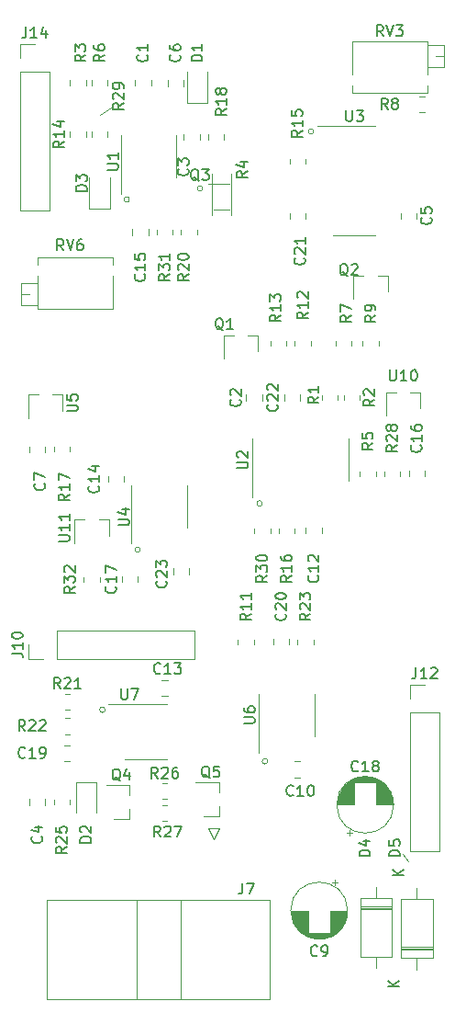
<source format=gbr>
%TF.GenerationSoftware,KiCad,Pcbnew,5.1.8*%
%TF.CreationDate,2020-12-05T20:58:01+00:00*%
%TF.ProjectId,oscillator_prototype,6f736369-6c6c-4617-946f-725f70726f74,rev?*%
%TF.SameCoordinates,Original*%
%TF.FileFunction,Legend,Top*%
%TF.FilePolarity,Positive*%
%FSLAX46Y46*%
G04 Gerber Fmt 4.6, Leading zero omitted, Abs format (unit mm)*
G04 Created by KiCad (PCBNEW 5.1.8) date 2020-12-05 20:58:01*
%MOMM*%
%LPD*%
G01*
G04 APERTURE LIST*
%ADD10C,0.120000*%
%ADD11C,0.150000*%
G04 APERTURE END LIST*
D10*
X112500000Y-60000000D02*
G75*
G03*
X112500000Y-60000000I-250000J0D01*
G01*
X122750000Y-54750000D02*
G75*
G03*
X122750000Y-54750000I-250000J0D01*
G01*
X105750000Y-61000000D02*
G75*
G03*
X105750000Y-61000000I-250000J0D01*
G01*
X106750000Y-93250000D02*
G75*
G03*
X106750000Y-93250000I-250000J0D01*
G01*
X118000000Y-89000000D02*
G75*
G03*
X118000000Y-89000000I-250000J0D01*
G01*
X103500000Y-108000000D02*
G75*
G03*
X103500000Y-108000000I-250000J0D01*
G01*
X118500000Y-112750000D02*
G75*
G03*
X118500000Y-112750000I-250000J0D01*
G01*
X131000000Y-121250000D02*
X131500000Y-122000000D01*
X104000000Y-52500000D02*
X103000000Y-53250000D01*
%TO.C,C12*%
X123485000Y-91238748D02*
X123485000Y-91761252D01*
X122015000Y-91238748D02*
X122015000Y-91761252D01*
%TO.C,R28*%
X129265000Y-86477064D02*
X129265000Y-86022936D01*
X130735000Y-86477064D02*
X130735000Y-86022936D01*
%TO.C,R32*%
X102985000Y-95772936D02*
X102985000Y-96227064D01*
X101515000Y-95772936D02*
X101515000Y-96227064D01*
%TO.C,U5*%
X99580000Y-78990000D02*
X99580000Y-80450000D01*
X96420000Y-78990000D02*
X96420000Y-81150000D01*
X96420000Y-78990000D02*
X97350000Y-78990000D01*
X99580000Y-78990000D02*
X98650000Y-78990000D01*
%TO.C,U6*%
X122810000Y-108500000D02*
X122810000Y-106550000D01*
X122810000Y-108500000D02*
X122810000Y-110450000D01*
X117690000Y-108500000D02*
X117690000Y-106550000D01*
X117690000Y-108500000D02*
X117690000Y-111950000D01*
%TO.C,J14*%
X95670000Y-62030000D02*
X98330000Y-62030000D01*
X95670000Y-49270000D02*
X95670000Y-62030000D01*
X98330000Y-49270000D02*
X98330000Y-62030000D01*
X95670000Y-49270000D02*
X98330000Y-49270000D01*
X95670000Y-48000000D02*
X95670000Y-46670000D01*
X95670000Y-46670000D02*
X97000000Y-46670000D01*
%TO.C,C17*%
X106485000Y-96261252D02*
X106485000Y-95738748D01*
X105015000Y-96261252D02*
X105015000Y-95738748D01*
%TO.C,R17*%
X98765000Y-83772936D02*
X98765000Y-84227064D01*
X100235000Y-83772936D02*
X100235000Y-84227064D01*
%TO.C,J7*%
X110470000Y-125520000D02*
X110470000Y-134640000D01*
X106370000Y-125520000D02*
X106370000Y-134640000D01*
X118710000Y-125520000D02*
X118710000Y-134640000D01*
X118710000Y-134640000D02*
X98130000Y-134640000D01*
X98130000Y-134640000D02*
X98130000Y-125520000D01*
X98130000Y-125520000D02*
X118710000Y-125520000D01*
X113500000Y-119900000D02*
X114000000Y-118900000D01*
X114000000Y-118900000D02*
X113000000Y-118900000D01*
X113000000Y-118900000D02*
X113500000Y-119900000D01*
%TO.C,R6*%
X103735000Y-50477064D02*
X103735000Y-50022936D01*
X102265000Y-50477064D02*
X102265000Y-50022936D01*
%TO.C,U10*%
X132580000Y-78740000D02*
X131650000Y-78740000D01*
X129420000Y-78740000D02*
X130350000Y-78740000D01*
X129420000Y-78740000D02*
X129420000Y-80900000D01*
X132580000Y-78740000D02*
X132580000Y-80200000D01*
%TO.C,U11*%
X103830000Y-90490000D02*
X102900000Y-90490000D01*
X100670000Y-90490000D02*
X101600000Y-90490000D01*
X100670000Y-90490000D02*
X100670000Y-92650000D01*
X103830000Y-90490000D02*
X103830000Y-91950000D01*
%TO.C,C16*%
X131515000Y-86511252D02*
X131515000Y-85988748D01*
X132985000Y-86511252D02*
X132985000Y-85988748D01*
%TO.C,R2*%
X125515000Y-79022936D02*
X125515000Y-79477064D01*
X126985000Y-79022936D02*
X126985000Y-79477064D01*
%TO.C,C7*%
X96515000Y-83738748D02*
X96515000Y-84261252D01*
X97985000Y-83738748D02*
X97985000Y-84261252D01*
%TO.C,C19*%
X99738748Y-112735000D02*
X100261252Y-112735000D01*
X99738748Y-111265000D02*
X100261252Y-111265000D01*
%TO.C,J12*%
X131670000Y-105670000D02*
X133000000Y-105670000D01*
X131670000Y-107000000D02*
X131670000Y-105670000D01*
X131670000Y-108270000D02*
X134330000Y-108270000D01*
X134330000Y-108270000D02*
X134330000Y-121030000D01*
X131670000Y-108270000D02*
X131670000Y-121030000D01*
X131670000Y-121030000D02*
X134330000Y-121030000D01*
%TO.C,C1*%
X107735000Y-49988748D02*
X107735000Y-50511252D01*
X106265000Y-49988748D02*
X106265000Y-50511252D01*
%TO.C,U1*%
X110060000Y-57000000D02*
X110060000Y-55050000D01*
X110060000Y-57000000D02*
X110060000Y-58950000D01*
X104940000Y-57000000D02*
X104940000Y-55050000D01*
X104940000Y-57000000D02*
X104940000Y-60450000D01*
%TO.C,C6*%
X110735000Y-50548752D02*
X110735000Y-50026248D01*
X109265000Y-50548752D02*
X109265000Y-50026248D01*
%TO.C,C15*%
X106015000Y-64261252D02*
X106015000Y-63738748D01*
X107485000Y-64261252D02*
X107485000Y-63738748D01*
%TO.C,R29*%
X103735000Y-55227064D02*
X103735000Y-54772936D01*
X102265000Y-55227064D02*
X102265000Y-54772936D01*
%TO.C,R25*%
X100235000Y-116727064D02*
X100235000Y-116272936D01*
X98765000Y-116727064D02*
X98765000Y-116272936D01*
%TO.C,R3*%
X101735000Y-50477064D02*
X101735000Y-50022936D01*
X100265000Y-50477064D02*
X100265000Y-50022936D01*
%TO.C,R7*%
X126235000Y-74477064D02*
X126235000Y-74022936D01*
X124765000Y-74477064D02*
X124765000Y-74022936D01*
%TO.C,D3*%
X102040000Y-59000000D02*
X102040000Y-61860000D01*
X102040000Y-61860000D02*
X103960000Y-61860000D01*
X103960000Y-61860000D02*
X103960000Y-59000000D01*
%TO.C,R16*%
X120985000Y-91272936D02*
X120985000Y-91727064D01*
X119515000Y-91272936D02*
X119515000Y-91727064D01*
%TO.C,C20*%
X119015000Y-101488748D02*
X119015000Y-102011252D01*
X120485000Y-101488748D02*
X120485000Y-102011252D01*
%TO.C,R4*%
X115170000Y-58620000D02*
X115170000Y-62460000D01*
X113330000Y-58620000D02*
X113330000Y-62460000D01*
%TO.C,C21*%
X121985000Y-62761252D02*
X121985000Y-62238748D01*
X120515000Y-62761252D02*
X120515000Y-62238748D01*
%TO.C,R5*%
X127015000Y-86022936D02*
X127015000Y-86477064D01*
X128485000Y-86022936D02*
X128485000Y-86477064D01*
%TO.C,R9*%
X128735000Y-74022936D02*
X128735000Y-74477064D01*
X127265000Y-74022936D02*
X127265000Y-74477064D01*
%TO.C,C22*%
X120015000Y-78988748D02*
X120015000Y-79511252D01*
X121485000Y-78988748D02*
X121485000Y-79511252D01*
%TO.C,U2*%
X117065000Y-85000000D02*
X117065000Y-88450000D01*
X117065000Y-85000000D02*
X117065000Y-83050000D01*
X125935000Y-85000000D02*
X125935000Y-86950000D01*
X125935000Y-85000000D02*
X125935000Y-83050000D01*
%TO.C,Q1*%
X117580000Y-73490000D02*
X116650000Y-73490000D01*
X114420000Y-73490000D02*
X115350000Y-73490000D01*
X114420000Y-73490000D02*
X114420000Y-75650000D01*
X117580000Y-73490000D02*
X117580000Y-74950000D01*
%TO.C,R20*%
X111985000Y-63772936D02*
X111985000Y-64227064D01*
X110515000Y-63772936D02*
X110515000Y-64227064D01*
%TO.C,J10*%
X96420000Y-103330000D02*
X96420000Y-102000000D01*
X97750000Y-103330000D02*
X96420000Y-103330000D01*
X99020000Y-103330000D02*
X99020000Y-100670000D01*
X99020000Y-100670000D02*
X111780000Y-100670000D01*
X99020000Y-103330000D02*
X111780000Y-103330000D01*
X111780000Y-103330000D02*
X111780000Y-100670000D01*
%TO.C,R23*%
X121265000Y-101977064D02*
X121265000Y-101522936D01*
X122735000Y-101977064D02*
X122735000Y-101522936D01*
%TO.C,C3*%
X112235000Y-54988748D02*
X112235000Y-55511252D01*
X110765000Y-54988748D02*
X110765000Y-55511252D01*
%TO.C,R14*%
X101735000Y-54772936D02*
X101735000Y-55227064D01*
X100265000Y-54772936D02*
X100265000Y-55227064D01*
%TO.C,Q3*%
X113550000Y-61910000D02*
X114950000Y-61910000D01*
X114950000Y-59590000D02*
X113050000Y-59590000D01*
%TO.C,C9*%
X125870000Y-126500000D02*
G75*
G03*
X125870000Y-126500000I-2620000J0D01*
G01*
X122210000Y-126500000D02*
X120670000Y-126500000D01*
X125830000Y-126500000D02*
X124290000Y-126500000D01*
X122210000Y-126540000D02*
X120670000Y-126540000D01*
X125830000Y-126540000D02*
X124290000Y-126540000D01*
X125829000Y-126580000D02*
X124290000Y-126580000D01*
X122210000Y-126580000D02*
X120671000Y-126580000D01*
X125828000Y-126620000D02*
X124290000Y-126620000D01*
X122210000Y-126620000D02*
X120672000Y-126620000D01*
X125826000Y-126660000D02*
X124290000Y-126660000D01*
X122210000Y-126660000D02*
X120674000Y-126660000D01*
X125823000Y-126700000D02*
X124290000Y-126700000D01*
X122210000Y-126700000D02*
X120677000Y-126700000D01*
X125819000Y-126740000D02*
X124290000Y-126740000D01*
X122210000Y-126740000D02*
X120681000Y-126740000D01*
X125815000Y-126780000D02*
X124290000Y-126780000D01*
X122210000Y-126780000D02*
X120685000Y-126780000D01*
X125811000Y-126820000D02*
X124290000Y-126820000D01*
X122210000Y-126820000D02*
X120689000Y-126820000D01*
X125806000Y-126860000D02*
X124290000Y-126860000D01*
X122210000Y-126860000D02*
X120694000Y-126860000D01*
X125800000Y-126900000D02*
X124290000Y-126900000D01*
X122210000Y-126900000D02*
X120700000Y-126900000D01*
X125793000Y-126940000D02*
X124290000Y-126940000D01*
X122210000Y-126940000D02*
X120707000Y-126940000D01*
X125786000Y-126980000D02*
X124290000Y-126980000D01*
X122210000Y-126980000D02*
X120714000Y-126980000D01*
X125778000Y-127020000D02*
X124290000Y-127020000D01*
X122210000Y-127020000D02*
X120722000Y-127020000D01*
X125770000Y-127060000D02*
X124290000Y-127060000D01*
X122210000Y-127060000D02*
X120730000Y-127060000D01*
X125761000Y-127100000D02*
X124290000Y-127100000D01*
X122210000Y-127100000D02*
X120739000Y-127100000D01*
X125751000Y-127140000D02*
X124290000Y-127140000D01*
X122210000Y-127140000D02*
X120749000Y-127140000D01*
X125741000Y-127180000D02*
X124290000Y-127180000D01*
X122210000Y-127180000D02*
X120759000Y-127180000D01*
X125730000Y-127221000D02*
X124290000Y-127221000D01*
X122210000Y-127221000D02*
X120770000Y-127221000D01*
X125718000Y-127261000D02*
X124290000Y-127261000D01*
X122210000Y-127261000D02*
X120782000Y-127261000D01*
X125705000Y-127301000D02*
X124290000Y-127301000D01*
X122210000Y-127301000D02*
X120795000Y-127301000D01*
X125692000Y-127341000D02*
X124290000Y-127341000D01*
X122210000Y-127341000D02*
X120808000Y-127341000D01*
X125678000Y-127381000D02*
X124290000Y-127381000D01*
X122210000Y-127381000D02*
X120822000Y-127381000D01*
X125664000Y-127421000D02*
X124290000Y-127421000D01*
X122210000Y-127421000D02*
X120836000Y-127421000D01*
X125648000Y-127461000D02*
X124290000Y-127461000D01*
X122210000Y-127461000D02*
X120852000Y-127461000D01*
X125632000Y-127501000D02*
X124290000Y-127501000D01*
X122210000Y-127501000D02*
X120868000Y-127501000D01*
X125615000Y-127541000D02*
X124290000Y-127541000D01*
X122210000Y-127541000D02*
X120885000Y-127541000D01*
X125598000Y-127581000D02*
X124290000Y-127581000D01*
X122210000Y-127581000D02*
X120902000Y-127581000D01*
X125579000Y-127621000D02*
X124290000Y-127621000D01*
X122210000Y-127621000D02*
X120921000Y-127621000D01*
X125560000Y-127661000D02*
X124290000Y-127661000D01*
X122210000Y-127661000D02*
X120940000Y-127661000D01*
X125540000Y-127701000D02*
X124290000Y-127701000D01*
X122210000Y-127701000D02*
X120960000Y-127701000D01*
X125518000Y-127741000D02*
X124290000Y-127741000D01*
X122210000Y-127741000D02*
X120982000Y-127741000D01*
X125497000Y-127781000D02*
X124290000Y-127781000D01*
X122210000Y-127781000D02*
X121003000Y-127781000D01*
X125474000Y-127821000D02*
X124290000Y-127821000D01*
X122210000Y-127821000D02*
X121026000Y-127821000D01*
X125450000Y-127861000D02*
X124290000Y-127861000D01*
X122210000Y-127861000D02*
X121050000Y-127861000D01*
X125425000Y-127901000D02*
X124290000Y-127901000D01*
X122210000Y-127901000D02*
X121075000Y-127901000D01*
X125399000Y-127941000D02*
X124290000Y-127941000D01*
X122210000Y-127941000D02*
X121101000Y-127941000D01*
X125372000Y-127981000D02*
X124290000Y-127981000D01*
X122210000Y-127981000D02*
X121128000Y-127981000D01*
X125345000Y-128021000D02*
X124290000Y-128021000D01*
X122210000Y-128021000D02*
X121155000Y-128021000D01*
X125315000Y-128061000D02*
X124290000Y-128061000D01*
X122210000Y-128061000D02*
X121185000Y-128061000D01*
X125285000Y-128101000D02*
X124290000Y-128101000D01*
X122210000Y-128101000D02*
X121215000Y-128101000D01*
X125254000Y-128141000D02*
X124290000Y-128141000D01*
X122210000Y-128141000D02*
X121246000Y-128141000D01*
X125221000Y-128181000D02*
X124290000Y-128181000D01*
X122210000Y-128181000D02*
X121279000Y-128181000D01*
X125187000Y-128221000D02*
X124290000Y-128221000D01*
X122210000Y-128221000D02*
X121313000Y-128221000D01*
X125151000Y-128261000D02*
X124290000Y-128261000D01*
X122210000Y-128261000D02*
X121349000Y-128261000D01*
X125114000Y-128301000D02*
X124290000Y-128301000D01*
X122210000Y-128301000D02*
X121386000Y-128301000D01*
X125076000Y-128341000D02*
X124290000Y-128341000D01*
X122210000Y-128341000D02*
X121424000Y-128341000D01*
X125035000Y-128381000D02*
X124290000Y-128381000D01*
X122210000Y-128381000D02*
X121465000Y-128381000D01*
X124993000Y-128421000D02*
X124290000Y-128421000D01*
X122210000Y-128421000D02*
X121507000Y-128421000D01*
X124949000Y-128461000D02*
X124290000Y-128461000D01*
X122210000Y-128461000D02*
X121551000Y-128461000D01*
X124903000Y-128501000D02*
X124290000Y-128501000D01*
X122210000Y-128501000D02*
X121597000Y-128501000D01*
X124855000Y-128541000D02*
X121645000Y-128541000D01*
X124804000Y-128581000D02*
X121696000Y-128581000D01*
X124750000Y-128621000D02*
X121750000Y-128621000D01*
X124693000Y-128661000D02*
X121807000Y-128661000D01*
X124633000Y-128701000D02*
X121867000Y-128701000D01*
X124569000Y-128741000D02*
X121931000Y-128741000D01*
X124501000Y-128781000D02*
X121999000Y-128781000D01*
X124428000Y-128821000D02*
X122072000Y-128821000D01*
X124348000Y-128861000D02*
X122152000Y-128861000D01*
X124261000Y-128901000D02*
X122239000Y-128901000D01*
X124165000Y-128941000D02*
X122335000Y-128941000D01*
X124055000Y-128981000D02*
X122445000Y-128981000D01*
X123927000Y-129021000D02*
X122573000Y-129021000D01*
X123768000Y-129061000D02*
X122732000Y-129061000D01*
X123534000Y-129101000D02*
X122966000Y-129101000D01*
X124725000Y-123695225D02*
X124725000Y-124195225D01*
X124975000Y-123945225D02*
X124475000Y-123945225D01*
%TO.C,R13*%
X120235000Y-74477064D02*
X120235000Y-74022936D01*
X118765000Y-74477064D02*
X118765000Y-74022936D01*
%TO.C,C23*%
X111235000Y-95511252D02*
X111235000Y-94988748D01*
X109765000Y-95511252D02*
X109765000Y-94988748D01*
%TO.C,R26*%
X108772936Y-116235000D02*
X109227064Y-116235000D01*
X108772936Y-114765000D02*
X109227064Y-114765000D01*
%TO.C,R27*%
X108772936Y-116765000D02*
X109227064Y-116765000D01*
X108772936Y-118235000D02*
X109227064Y-118235000D01*
%TO.C,C4*%
X97985000Y-116761252D02*
X97985000Y-116238748D01*
X96515000Y-116761252D02*
X96515000Y-116238748D01*
%TO.C,C2*%
X116515000Y-79511252D02*
X116515000Y-78988748D01*
X117985000Y-79511252D02*
X117985000Y-78988748D01*
%TO.C,C10*%
X121511252Y-114235000D02*
X120988748Y-114235000D01*
X121511252Y-112765000D02*
X120988748Y-112765000D01*
%TO.C,R31*%
X109735000Y-63772936D02*
X109735000Y-64227064D01*
X108265000Y-63772936D02*
X108265000Y-64227064D01*
%TO.C,RV3*%
X134785000Y-47790000D02*
X134026000Y-47790000D01*
X133266000Y-48800000D02*
X133266000Y-46780000D01*
X134785000Y-48800000D02*
X134785000Y-46780000D01*
X134785000Y-46780000D02*
X133266000Y-46780000D01*
X134785000Y-48800000D02*
X133266000Y-48800000D01*
X126315000Y-49505000D02*
X126315000Y-46400000D01*
X126315000Y-51140000D02*
X126315000Y-50495000D01*
X133265000Y-49505000D02*
X133265000Y-46400000D01*
X133265000Y-51140000D02*
X133265000Y-50495000D01*
X133265000Y-46400000D02*
X126315000Y-46400000D01*
X133265000Y-51140000D02*
X126315000Y-51140000D01*
%TO.C,Q2*%
X129580000Y-67990000D02*
X129580000Y-69450000D01*
X126420000Y-67990000D02*
X126420000Y-70150000D01*
X126420000Y-67990000D02*
X127350000Y-67990000D01*
X129580000Y-67990000D02*
X128650000Y-67990000D01*
%TO.C,C13*%
X109261252Y-106735000D02*
X108738748Y-106735000D01*
X109261252Y-105265000D02*
X108738748Y-105265000D01*
%TO.C,C18*%
X125775000Y-119304775D02*
X126275000Y-119304775D01*
X126025000Y-119554775D02*
X126025000Y-119054775D01*
X127216000Y-114149000D02*
X127784000Y-114149000D01*
X126982000Y-114189000D02*
X128018000Y-114189000D01*
X126823000Y-114229000D02*
X128177000Y-114229000D01*
X126695000Y-114269000D02*
X128305000Y-114269000D01*
X126585000Y-114309000D02*
X128415000Y-114309000D01*
X126489000Y-114349000D02*
X128511000Y-114349000D01*
X126402000Y-114389000D02*
X128598000Y-114389000D01*
X126322000Y-114429000D02*
X128678000Y-114429000D01*
X126249000Y-114469000D02*
X128751000Y-114469000D01*
X126181000Y-114509000D02*
X128819000Y-114509000D01*
X126117000Y-114549000D02*
X128883000Y-114549000D01*
X126057000Y-114589000D02*
X128943000Y-114589000D01*
X126000000Y-114629000D02*
X129000000Y-114629000D01*
X125946000Y-114669000D02*
X129054000Y-114669000D01*
X125895000Y-114709000D02*
X129105000Y-114709000D01*
X128540000Y-114749000D02*
X129153000Y-114749000D01*
X125847000Y-114749000D02*
X126460000Y-114749000D01*
X128540000Y-114789000D02*
X129199000Y-114789000D01*
X125801000Y-114789000D02*
X126460000Y-114789000D01*
X128540000Y-114829000D02*
X129243000Y-114829000D01*
X125757000Y-114829000D02*
X126460000Y-114829000D01*
X128540000Y-114869000D02*
X129285000Y-114869000D01*
X125715000Y-114869000D02*
X126460000Y-114869000D01*
X128540000Y-114909000D02*
X129326000Y-114909000D01*
X125674000Y-114909000D02*
X126460000Y-114909000D01*
X128540000Y-114949000D02*
X129364000Y-114949000D01*
X125636000Y-114949000D02*
X126460000Y-114949000D01*
X128540000Y-114989000D02*
X129401000Y-114989000D01*
X125599000Y-114989000D02*
X126460000Y-114989000D01*
X128540000Y-115029000D02*
X129437000Y-115029000D01*
X125563000Y-115029000D02*
X126460000Y-115029000D01*
X128540000Y-115069000D02*
X129471000Y-115069000D01*
X125529000Y-115069000D02*
X126460000Y-115069000D01*
X128540000Y-115109000D02*
X129504000Y-115109000D01*
X125496000Y-115109000D02*
X126460000Y-115109000D01*
X128540000Y-115149000D02*
X129535000Y-115149000D01*
X125465000Y-115149000D02*
X126460000Y-115149000D01*
X128540000Y-115189000D02*
X129565000Y-115189000D01*
X125435000Y-115189000D02*
X126460000Y-115189000D01*
X128540000Y-115229000D02*
X129595000Y-115229000D01*
X125405000Y-115229000D02*
X126460000Y-115229000D01*
X128540000Y-115269000D02*
X129622000Y-115269000D01*
X125378000Y-115269000D02*
X126460000Y-115269000D01*
X128540000Y-115309000D02*
X129649000Y-115309000D01*
X125351000Y-115309000D02*
X126460000Y-115309000D01*
X128540000Y-115349000D02*
X129675000Y-115349000D01*
X125325000Y-115349000D02*
X126460000Y-115349000D01*
X128540000Y-115389000D02*
X129700000Y-115389000D01*
X125300000Y-115389000D02*
X126460000Y-115389000D01*
X128540000Y-115429000D02*
X129724000Y-115429000D01*
X125276000Y-115429000D02*
X126460000Y-115429000D01*
X128540000Y-115469000D02*
X129747000Y-115469000D01*
X125253000Y-115469000D02*
X126460000Y-115469000D01*
X128540000Y-115509000D02*
X129768000Y-115509000D01*
X125232000Y-115509000D02*
X126460000Y-115509000D01*
X128540000Y-115549000D02*
X129790000Y-115549000D01*
X125210000Y-115549000D02*
X126460000Y-115549000D01*
X128540000Y-115589000D02*
X129810000Y-115589000D01*
X125190000Y-115589000D02*
X126460000Y-115589000D01*
X128540000Y-115629000D02*
X129829000Y-115629000D01*
X125171000Y-115629000D02*
X126460000Y-115629000D01*
X128540000Y-115669000D02*
X129848000Y-115669000D01*
X125152000Y-115669000D02*
X126460000Y-115669000D01*
X128540000Y-115709000D02*
X129865000Y-115709000D01*
X125135000Y-115709000D02*
X126460000Y-115709000D01*
X128540000Y-115749000D02*
X129882000Y-115749000D01*
X125118000Y-115749000D02*
X126460000Y-115749000D01*
X128540000Y-115789000D02*
X129898000Y-115789000D01*
X125102000Y-115789000D02*
X126460000Y-115789000D01*
X128540000Y-115829000D02*
X129914000Y-115829000D01*
X125086000Y-115829000D02*
X126460000Y-115829000D01*
X128540000Y-115869000D02*
X129928000Y-115869000D01*
X125072000Y-115869000D02*
X126460000Y-115869000D01*
X128540000Y-115909000D02*
X129942000Y-115909000D01*
X125058000Y-115909000D02*
X126460000Y-115909000D01*
X128540000Y-115949000D02*
X129955000Y-115949000D01*
X125045000Y-115949000D02*
X126460000Y-115949000D01*
X128540000Y-115989000D02*
X129968000Y-115989000D01*
X125032000Y-115989000D02*
X126460000Y-115989000D01*
X128540000Y-116029000D02*
X129980000Y-116029000D01*
X125020000Y-116029000D02*
X126460000Y-116029000D01*
X128540000Y-116070000D02*
X129991000Y-116070000D01*
X125009000Y-116070000D02*
X126460000Y-116070000D01*
X128540000Y-116110000D02*
X130001000Y-116110000D01*
X124999000Y-116110000D02*
X126460000Y-116110000D01*
X128540000Y-116150000D02*
X130011000Y-116150000D01*
X124989000Y-116150000D02*
X126460000Y-116150000D01*
X128540000Y-116190000D02*
X130020000Y-116190000D01*
X124980000Y-116190000D02*
X126460000Y-116190000D01*
X128540000Y-116230000D02*
X130028000Y-116230000D01*
X124972000Y-116230000D02*
X126460000Y-116230000D01*
X128540000Y-116270000D02*
X130036000Y-116270000D01*
X124964000Y-116270000D02*
X126460000Y-116270000D01*
X128540000Y-116310000D02*
X130043000Y-116310000D01*
X124957000Y-116310000D02*
X126460000Y-116310000D01*
X128540000Y-116350000D02*
X130050000Y-116350000D01*
X124950000Y-116350000D02*
X126460000Y-116350000D01*
X128540000Y-116390000D02*
X130056000Y-116390000D01*
X124944000Y-116390000D02*
X126460000Y-116390000D01*
X128540000Y-116430000D02*
X130061000Y-116430000D01*
X124939000Y-116430000D02*
X126460000Y-116430000D01*
X128540000Y-116470000D02*
X130065000Y-116470000D01*
X124935000Y-116470000D02*
X126460000Y-116470000D01*
X128540000Y-116510000D02*
X130069000Y-116510000D01*
X124931000Y-116510000D02*
X126460000Y-116510000D01*
X128540000Y-116550000D02*
X130073000Y-116550000D01*
X124927000Y-116550000D02*
X126460000Y-116550000D01*
X128540000Y-116590000D02*
X130076000Y-116590000D01*
X124924000Y-116590000D02*
X126460000Y-116590000D01*
X128540000Y-116630000D02*
X130078000Y-116630000D01*
X124922000Y-116630000D02*
X126460000Y-116630000D01*
X128540000Y-116670000D02*
X130079000Y-116670000D01*
X124921000Y-116670000D02*
X126460000Y-116670000D01*
X124920000Y-116710000D02*
X126460000Y-116710000D01*
X128540000Y-116710000D02*
X130080000Y-116710000D01*
X124920000Y-116750000D02*
X126460000Y-116750000D01*
X128540000Y-116750000D02*
X130080000Y-116750000D01*
X130120000Y-116750000D02*
G75*
G03*
X130120000Y-116750000I-2620000J0D01*
G01*
%TO.C,D4*%
X129970000Y-125360000D02*
X127030000Y-125360000D01*
X127030000Y-125360000D02*
X127030000Y-130800000D01*
X127030000Y-130800000D02*
X129970000Y-130800000D01*
X129970000Y-130800000D02*
X129970000Y-125360000D01*
X128500000Y-124340000D02*
X128500000Y-125360000D01*
X128500000Y-131820000D02*
X128500000Y-130800000D01*
X129970000Y-126260000D02*
X127030000Y-126260000D01*
X129970000Y-126380000D02*
X127030000Y-126380000D01*
X129970000Y-126140000D02*
X127030000Y-126140000D01*
%TO.C,D2*%
X100790000Y-114640000D02*
X100790000Y-117500000D01*
X102710000Y-114640000D02*
X100790000Y-114640000D01*
X102710000Y-117500000D02*
X102710000Y-114640000D01*
%TO.C,R30*%
X118735000Y-91272936D02*
X118735000Y-91727064D01*
X117265000Y-91272936D02*
X117265000Y-91727064D01*
%TO.C,R21*%
X99772936Y-106515000D02*
X100227064Y-106515000D01*
X99772936Y-107985000D02*
X100227064Y-107985000D01*
%TO.C,U7*%
X107250000Y-107440000D02*
X103800000Y-107440000D01*
X107250000Y-107440000D02*
X109200000Y-107440000D01*
X107250000Y-112560000D02*
X105300000Y-112560000D01*
X107250000Y-112560000D02*
X109200000Y-112560000D01*
%TO.C,C5*%
X130765000Y-62238748D02*
X130765000Y-62761252D01*
X132235000Y-62238748D02*
X132235000Y-62761252D01*
%TO.C,R12*%
X121015000Y-74022936D02*
X121015000Y-74477064D01*
X122485000Y-74022936D02*
X122485000Y-74477064D01*
%TO.C,U4*%
X111060000Y-89250000D02*
X111060000Y-87300000D01*
X111060000Y-89250000D02*
X111060000Y-91200000D01*
X105940000Y-89250000D02*
X105940000Y-87300000D01*
X105940000Y-89250000D02*
X105940000Y-92700000D01*
%TO.C,RV6*%
X97235000Y-66360000D02*
X104185000Y-66360000D01*
X97235000Y-71100000D02*
X104185000Y-71100000D01*
X97235000Y-66360000D02*
X97235000Y-67005000D01*
X97235000Y-67995000D02*
X97235000Y-71100000D01*
X104185000Y-66360000D02*
X104185000Y-67005000D01*
X104185000Y-67995000D02*
X104185000Y-71100000D01*
X95715000Y-68700000D02*
X97234000Y-68700000D01*
X95715000Y-70720000D02*
X97234000Y-70720000D01*
X95715000Y-68700000D02*
X95715000Y-70720000D01*
X97234000Y-68700000D02*
X97234000Y-70720000D01*
X95715000Y-69710000D02*
X96474000Y-69710000D01*
%TO.C,R15*%
X120515000Y-57272936D02*
X120515000Y-57727064D01*
X121985000Y-57272936D02*
X121985000Y-57727064D01*
%TO.C,R11*%
X117235000Y-101522936D02*
X117235000Y-101977064D01*
X115765000Y-101522936D02*
X115765000Y-101977064D01*
%TO.C,D1*%
X111040000Y-49250000D02*
X111040000Y-52110000D01*
X111040000Y-52110000D02*
X112960000Y-52110000D01*
X112960000Y-52110000D02*
X112960000Y-49250000D01*
%TO.C,D5*%
X130780000Y-130110000D02*
X133720000Y-130110000D01*
X130780000Y-129870000D02*
X133720000Y-129870000D01*
X130780000Y-129990000D02*
X133720000Y-129990000D01*
X132250000Y-124430000D02*
X132250000Y-125450000D01*
X132250000Y-131910000D02*
X132250000Y-130890000D01*
X130780000Y-125450000D02*
X130780000Y-130890000D01*
X133720000Y-125450000D02*
X130780000Y-125450000D01*
X133720000Y-130890000D02*
X133720000Y-125450000D01*
X130780000Y-130890000D02*
X133720000Y-130890000D01*
%TO.C,R8*%
X132977064Y-52985000D02*
X132522936Y-52985000D01*
X132977064Y-51515000D02*
X132522936Y-51515000D01*
%TO.C,U3*%
X126500000Y-54190000D02*
X123050000Y-54190000D01*
X126500000Y-54190000D02*
X128450000Y-54190000D01*
X126500000Y-64310000D02*
X124550000Y-64310000D01*
X126500000Y-64310000D02*
X128450000Y-64310000D01*
%TO.C,R18*%
X113015000Y-55022936D02*
X113015000Y-55477064D01*
X114485000Y-55022936D02*
X114485000Y-55477064D01*
%TO.C,R22*%
X100227064Y-108765000D02*
X99772936Y-108765000D01*
X100227064Y-110235000D02*
X99772936Y-110235000D01*
%TO.C,C14*%
X103765000Y-87011252D02*
X103765000Y-86488748D01*
X105235000Y-87011252D02*
X105235000Y-86488748D01*
%TO.C,R1*%
X124985000Y-79022936D02*
X124985000Y-79477064D01*
X123515000Y-79022936D02*
X123515000Y-79477064D01*
%TO.C,Q5*%
X114010000Y-117830000D02*
X114010000Y-116900000D01*
X114010000Y-114670000D02*
X114010000Y-115600000D01*
X114010000Y-114670000D02*
X111850000Y-114670000D01*
X114010000Y-117830000D02*
X112550000Y-117830000D01*
%TO.C,Q4*%
X105760000Y-118080000D02*
X104300000Y-118080000D01*
X105760000Y-114920000D02*
X103600000Y-114920000D01*
X105760000Y-114920000D02*
X105760000Y-115850000D01*
X105760000Y-118080000D02*
X105760000Y-117150000D01*
%TO.C,C12*%
D11*
X123107142Y-95642857D02*
X123154761Y-95690476D01*
X123202380Y-95833333D01*
X123202380Y-95928571D01*
X123154761Y-96071428D01*
X123059523Y-96166666D01*
X122964285Y-96214285D01*
X122773809Y-96261904D01*
X122630952Y-96261904D01*
X122440476Y-96214285D01*
X122345238Y-96166666D01*
X122250000Y-96071428D01*
X122202380Y-95928571D01*
X122202380Y-95833333D01*
X122250000Y-95690476D01*
X122297619Y-95642857D01*
X123202380Y-94690476D02*
X123202380Y-95261904D01*
X123202380Y-94976190D02*
X122202380Y-94976190D01*
X122345238Y-95071428D01*
X122440476Y-95166666D01*
X122488095Y-95261904D01*
X122297619Y-94309523D02*
X122250000Y-94261904D01*
X122202380Y-94166666D01*
X122202380Y-93928571D01*
X122250000Y-93833333D01*
X122297619Y-93785714D01*
X122392857Y-93738095D01*
X122488095Y-93738095D01*
X122630952Y-93785714D01*
X123202380Y-94357142D01*
X123202380Y-93738095D01*
%TO.C,R28*%
X130452380Y-83642857D02*
X129976190Y-83976190D01*
X130452380Y-84214285D02*
X129452380Y-84214285D01*
X129452380Y-83833333D01*
X129500000Y-83738095D01*
X129547619Y-83690476D01*
X129642857Y-83642857D01*
X129785714Y-83642857D01*
X129880952Y-83690476D01*
X129928571Y-83738095D01*
X129976190Y-83833333D01*
X129976190Y-84214285D01*
X129547619Y-83261904D02*
X129500000Y-83214285D01*
X129452380Y-83119047D01*
X129452380Y-82880952D01*
X129500000Y-82785714D01*
X129547619Y-82738095D01*
X129642857Y-82690476D01*
X129738095Y-82690476D01*
X129880952Y-82738095D01*
X130452380Y-83309523D01*
X130452380Y-82690476D01*
X129880952Y-82119047D02*
X129833333Y-82214285D01*
X129785714Y-82261904D01*
X129690476Y-82309523D01*
X129642857Y-82309523D01*
X129547619Y-82261904D01*
X129500000Y-82214285D01*
X129452380Y-82119047D01*
X129452380Y-81928571D01*
X129500000Y-81833333D01*
X129547619Y-81785714D01*
X129642857Y-81738095D01*
X129690476Y-81738095D01*
X129785714Y-81785714D01*
X129833333Y-81833333D01*
X129880952Y-81928571D01*
X129880952Y-82119047D01*
X129928571Y-82214285D01*
X129976190Y-82261904D01*
X130071428Y-82309523D01*
X130261904Y-82309523D01*
X130357142Y-82261904D01*
X130404761Y-82214285D01*
X130452380Y-82119047D01*
X130452380Y-81928571D01*
X130404761Y-81833333D01*
X130357142Y-81785714D01*
X130261904Y-81738095D01*
X130071428Y-81738095D01*
X129976190Y-81785714D01*
X129928571Y-81833333D01*
X129880952Y-81928571D01*
%TO.C,R32*%
X100702380Y-96642857D02*
X100226190Y-96976190D01*
X100702380Y-97214285D02*
X99702380Y-97214285D01*
X99702380Y-96833333D01*
X99750000Y-96738095D01*
X99797619Y-96690476D01*
X99892857Y-96642857D01*
X100035714Y-96642857D01*
X100130952Y-96690476D01*
X100178571Y-96738095D01*
X100226190Y-96833333D01*
X100226190Y-97214285D01*
X99702380Y-96309523D02*
X99702380Y-95690476D01*
X100083333Y-96023809D01*
X100083333Y-95880952D01*
X100130952Y-95785714D01*
X100178571Y-95738095D01*
X100273809Y-95690476D01*
X100511904Y-95690476D01*
X100607142Y-95738095D01*
X100654761Y-95785714D01*
X100702380Y-95880952D01*
X100702380Y-96166666D01*
X100654761Y-96261904D01*
X100607142Y-96309523D01*
X99797619Y-95309523D02*
X99750000Y-95261904D01*
X99702380Y-95166666D01*
X99702380Y-94928571D01*
X99750000Y-94833333D01*
X99797619Y-94785714D01*
X99892857Y-94738095D01*
X99988095Y-94738095D01*
X100130952Y-94785714D01*
X100702380Y-95357142D01*
X100702380Y-94738095D01*
%TO.C,U5*%
X99952380Y-80511904D02*
X100761904Y-80511904D01*
X100857142Y-80464285D01*
X100904761Y-80416666D01*
X100952380Y-80321428D01*
X100952380Y-80130952D01*
X100904761Y-80035714D01*
X100857142Y-79988095D01*
X100761904Y-79940476D01*
X99952380Y-79940476D01*
X99952380Y-78988095D02*
X99952380Y-79464285D01*
X100428571Y-79511904D01*
X100380952Y-79464285D01*
X100333333Y-79369047D01*
X100333333Y-79130952D01*
X100380952Y-79035714D01*
X100428571Y-78988095D01*
X100523809Y-78940476D01*
X100761904Y-78940476D01*
X100857142Y-78988095D01*
X100904761Y-79035714D01*
X100952380Y-79130952D01*
X100952380Y-79369047D01*
X100904761Y-79464285D01*
X100857142Y-79511904D01*
%TO.C,U6*%
X116302380Y-109261904D02*
X117111904Y-109261904D01*
X117207142Y-109214285D01*
X117254761Y-109166666D01*
X117302380Y-109071428D01*
X117302380Y-108880952D01*
X117254761Y-108785714D01*
X117207142Y-108738095D01*
X117111904Y-108690476D01*
X116302380Y-108690476D01*
X116302380Y-107785714D02*
X116302380Y-107976190D01*
X116350000Y-108071428D01*
X116397619Y-108119047D01*
X116540476Y-108214285D01*
X116730952Y-108261904D01*
X117111904Y-108261904D01*
X117207142Y-108214285D01*
X117254761Y-108166666D01*
X117302380Y-108071428D01*
X117302380Y-107880952D01*
X117254761Y-107785714D01*
X117207142Y-107738095D01*
X117111904Y-107690476D01*
X116873809Y-107690476D01*
X116778571Y-107738095D01*
X116730952Y-107785714D01*
X116683333Y-107880952D01*
X116683333Y-108071428D01*
X116730952Y-108166666D01*
X116778571Y-108214285D01*
X116873809Y-108261904D01*
%TO.C,J14*%
X96190476Y-45122380D02*
X96190476Y-45836666D01*
X96142857Y-45979523D01*
X96047619Y-46074761D01*
X95904761Y-46122380D01*
X95809523Y-46122380D01*
X97190476Y-46122380D02*
X96619047Y-46122380D01*
X96904761Y-46122380D02*
X96904761Y-45122380D01*
X96809523Y-45265238D01*
X96714285Y-45360476D01*
X96619047Y-45408095D01*
X98047619Y-45455714D02*
X98047619Y-46122380D01*
X97809523Y-45074761D02*
X97571428Y-45789047D01*
X98190476Y-45789047D01*
%TO.C,C17*%
X104427142Y-96642857D02*
X104474761Y-96690476D01*
X104522380Y-96833333D01*
X104522380Y-96928571D01*
X104474761Y-97071428D01*
X104379523Y-97166666D01*
X104284285Y-97214285D01*
X104093809Y-97261904D01*
X103950952Y-97261904D01*
X103760476Y-97214285D01*
X103665238Y-97166666D01*
X103570000Y-97071428D01*
X103522380Y-96928571D01*
X103522380Y-96833333D01*
X103570000Y-96690476D01*
X103617619Y-96642857D01*
X104522380Y-95690476D02*
X104522380Y-96261904D01*
X104522380Y-95976190D02*
X103522380Y-95976190D01*
X103665238Y-96071428D01*
X103760476Y-96166666D01*
X103808095Y-96261904D01*
X103522380Y-95357142D02*
X103522380Y-94690476D01*
X104522380Y-95119047D01*
%TO.C,R17*%
X100202380Y-88142857D02*
X99726190Y-88476190D01*
X100202380Y-88714285D02*
X99202380Y-88714285D01*
X99202380Y-88333333D01*
X99250000Y-88238095D01*
X99297619Y-88190476D01*
X99392857Y-88142857D01*
X99535714Y-88142857D01*
X99630952Y-88190476D01*
X99678571Y-88238095D01*
X99726190Y-88333333D01*
X99726190Y-88714285D01*
X100202380Y-87190476D02*
X100202380Y-87761904D01*
X100202380Y-87476190D02*
X99202380Y-87476190D01*
X99345238Y-87571428D01*
X99440476Y-87666666D01*
X99488095Y-87761904D01*
X99202380Y-86857142D02*
X99202380Y-86190476D01*
X100202380Y-86619047D01*
%TO.C,J7*%
X116166666Y-123952380D02*
X116166666Y-124666666D01*
X116119047Y-124809523D01*
X116023809Y-124904761D01*
X115880952Y-124952380D01*
X115785714Y-124952380D01*
X116547619Y-123952380D02*
X117214285Y-123952380D01*
X116785714Y-124952380D01*
%TO.C,R6*%
X103452380Y-47666666D02*
X102976190Y-48000000D01*
X103452380Y-48238095D02*
X102452380Y-48238095D01*
X102452380Y-47857142D01*
X102500000Y-47761904D01*
X102547619Y-47714285D01*
X102642857Y-47666666D01*
X102785714Y-47666666D01*
X102880952Y-47714285D01*
X102928571Y-47761904D01*
X102976190Y-47857142D01*
X102976190Y-48238095D01*
X102452380Y-46809523D02*
X102452380Y-47000000D01*
X102500000Y-47095238D01*
X102547619Y-47142857D01*
X102690476Y-47238095D01*
X102880952Y-47285714D01*
X103261904Y-47285714D01*
X103357142Y-47238095D01*
X103404761Y-47190476D01*
X103452380Y-47095238D01*
X103452380Y-46904761D01*
X103404761Y-46809523D01*
X103357142Y-46761904D01*
X103261904Y-46714285D01*
X103023809Y-46714285D01*
X102928571Y-46761904D01*
X102880952Y-46809523D01*
X102833333Y-46904761D01*
X102833333Y-47095238D01*
X102880952Y-47190476D01*
X102928571Y-47238095D01*
X103023809Y-47285714D01*
%TO.C,U10*%
X129761904Y-76702380D02*
X129761904Y-77511904D01*
X129809523Y-77607142D01*
X129857142Y-77654761D01*
X129952380Y-77702380D01*
X130142857Y-77702380D01*
X130238095Y-77654761D01*
X130285714Y-77607142D01*
X130333333Y-77511904D01*
X130333333Y-76702380D01*
X131333333Y-77702380D02*
X130761904Y-77702380D01*
X131047619Y-77702380D02*
X131047619Y-76702380D01*
X130952380Y-76845238D01*
X130857142Y-76940476D01*
X130761904Y-76988095D01*
X131952380Y-76702380D02*
X132047619Y-76702380D01*
X132142857Y-76750000D01*
X132190476Y-76797619D01*
X132238095Y-76892857D01*
X132285714Y-77083333D01*
X132285714Y-77321428D01*
X132238095Y-77511904D01*
X132190476Y-77607142D01*
X132142857Y-77654761D01*
X132047619Y-77702380D01*
X131952380Y-77702380D01*
X131857142Y-77654761D01*
X131809523Y-77607142D01*
X131761904Y-77511904D01*
X131714285Y-77321428D01*
X131714285Y-77083333D01*
X131761904Y-76892857D01*
X131809523Y-76797619D01*
X131857142Y-76750000D01*
X131952380Y-76702380D01*
%TO.C,U11*%
X99202380Y-92488095D02*
X100011904Y-92488095D01*
X100107142Y-92440476D01*
X100154761Y-92392857D01*
X100202380Y-92297619D01*
X100202380Y-92107142D01*
X100154761Y-92011904D01*
X100107142Y-91964285D01*
X100011904Y-91916666D01*
X99202380Y-91916666D01*
X100202380Y-90916666D02*
X100202380Y-91488095D01*
X100202380Y-91202380D02*
X99202380Y-91202380D01*
X99345238Y-91297619D01*
X99440476Y-91392857D01*
X99488095Y-91488095D01*
X100202380Y-89964285D02*
X100202380Y-90535714D01*
X100202380Y-90250000D02*
X99202380Y-90250000D01*
X99345238Y-90345238D01*
X99440476Y-90440476D01*
X99488095Y-90535714D01*
%TO.C,C16*%
X132607142Y-83642857D02*
X132654761Y-83690476D01*
X132702380Y-83833333D01*
X132702380Y-83928571D01*
X132654761Y-84071428D01*
X132559523Y-84166666D01*
X132464285Y-84214285D01*
X132273809Y-84261904D01*
X132130952Y-84261904D01*
X131940476Y-84214285D01*
X131845238Y-84166666D01*
X131750000Y-84071428D01*
X131702380Y-83928571D01*
X131702380Y-83833333D01*
X131750000Y-83690476D01*
X131797619Y-83642857D01*
X132702380Y-82690476D02*
X132702380Y-83261904D01*
X132702380Y-82976190D02*
X131702380Y-82976190D01*
X131845238Y-83071428D01*
X131940476Y-83166666D01*
X131988095Y-83261904D01*
X131702380Y-81833333D02*
X131702380Y-82023809D01*
X131750000Y-82119047D01*
X131797619Y-82166666D01*
X131940476Y-82261904D01*
X132130952Y-82309523D01*
X132511904Y-82309523D01*
X132607142Y-82261904D01*
X132654761Y-82214285D01*
X132702380Y-82119047D01*
X132702380Y-81928571D01*
X132654761Y-81833333D01*
X132607142Y-81785714D01*
X132511904Y-81738095D01*
X132273809Y-81738095D01*
X132178571Y-81785714D01*
X132130952Y-81833333D01*
X132083333Y-81928571D01*
X132083333Y-82119047D01*
X132130952Y-82214285D01*
X132178571Y-82261904D01*
X132273809Y-82309523D01*
%TO.C,R2*%
X128352380Y-79416666D02*
X127876190Y-79750000D01*
X128352380Y-79988095D02*
X127352380Y-79988095D01*
X127352380Y-79607142D01*
X127400000Y-79511904D01*
X127447619Y-79464285D01*
X127542857Y-79416666D01*
X127685714Y-79416666D01*
X127780952Y-79464285D01*
X127828571Y-79511904D01*
X127876190Y-79607142D01*
X127876190Y-79988095D01*
X127447619Y-79035714D02*
X127400000Y-78988095D01*
X127352380Y-78892857D01*
X127352380Y-78654761D01*
X127400000Y-78559523D01*
X127447619Y-78511904D01*
X127542857Y-78464285D01*
X127638095Y-78464285D01*
X127780952Y-78511904D01*
X128352380Y-79083333D01*
X128352380Y-78464285D01*
%TO.C,C7*%
X97857142Y-87166666D02*
X97904761Y-87214285D01*
X97952380Y-87357142D01*
X97952380Y-87452380D01*
X97904761Y-87595238D01*
X97809523Y-87690476D01*
X97714285Y-87738095D01*
X97523809Y-87785714D01*
X97380952Y-87785714D01*
X97190476Y-87738095D01*
X97095238Y-87690476D01*
X97000000Y-87595238D01*
X96952380Y-87452380D01*
X96952380Y-87357142D01*
X97000000Y-87214285D01*
X97047619Y-87166666D01*
X96952380Y-86833333D02*
X96952380Y-86166666D01*
X97952380Y-86595238D01*
%TO.C,C19*%
X96107142Y-112357142D02*
X96059523Y-112404761D01*
X95916666Y-112452380D01*
X95821428Y-112452380D01*
X95678571Y-112404761D01*
X95583333Y-112309523D01*
X95535714Y-112214285D01*
X95488095Y-112023809D01*
X95488095Y-111880952D01*
X95535714Y-111690476D01*
X95583333Y-111595238D01*
X95678571Y-111500000D01*
X95821428Y-111452380D01*
X95916666Y-111452380D01*
X96059523Y-111500000D01*
X96107142Y-111547619D01*
X97059523Y-112452380D02*
X96488095Y-112452380D01*
X96773809Y-112452380D02*
X96773809Y-111452380D01*
X96678571Y-111595238D01*
X96583333Y-111690476D01*
X96488095Y-111738095D01*
X97535714Y-112452380D02*
X97726190Y-112452380D01*
X97821428Y-112404761D01*
X97869047Y-112357142D01*
X97964285Y-112214285D01*
X98011904Y-112023809D01*
X98011904Y-111642857D01*
X97964285Y-111547619D01*
X97916666Y-111500000D01*
X97821428Y-111452380D01*
X97630952Y-111452380D01*
X97535714Y-111500000D01*
X97488095Y-111547619D01*
X97440476Y-111642857D01*
X97440476Y-111880952D01*
X97488095Y-111976190D01*
X97535714Y-112023809D01*
X97630952Y-112071428D01*
X97821428Y-112071428D01*
X97916666Y-112023809D01*
X97964285Y-111976190D01*
X98011904Y-111880952D01*
%TO.C,J12*%
X132190476Y-104122380D02*
X132190476Y-104836666D01*
X132142857Y-104979523D01*
X132047619Y-105074761D01*
X131904761Y-105122380D01*
X131809523Y-105122380D01*
X133190476Y-105122380D02*
X132619047Y-105122380D01*
X132904761Y-105122380D02*
X132904761Y-104122380D01*
X132809523Y-104265238D01*
X132714285Y-104360476D01*
X132619047Y-104408095D01*
X133571428Y-104217619D02*
X133619047Y-104170000D01*
X133714285Y-104122380D01*
X133952380Y-104122380D01*
X134047619Y-104170000D01*
X134095238Y-104217619D01*
X134142857Y-104312857D01*
X134142857Y-104408095D01*
X134095238Y-104550952D01*
X133523809Y-105122380D01*
X134142857Y-105122380D01*
%TO.C,C1*%
X107357142Y-47666666D02*
X107404761Y-47714285D01*
X107452380Y-47857142D01*
X107452380Y-47952380D01*
X107404761Y-48095238D01*
X107309523Y-48190476D01*
X107214285Y-48238095D01*
X107023809Y-48285714D01*
X106880952Y-48285714D01*
X106690476Y-48238095D01*
X106595238Y-48190476D01*
X106500000Y-48095238D01*
X106452380Y-47952380D01*
X106452380Y-47857142D01*
X106500000Y-47714285D01*
X106547619Y-47666666D01*
X107452380Y-46714285D02*
X107452380Y-47285714D01*
X107452380Y-47000000D02*
X106452380Y-47000000D01*
X106595238Y-47095238D01*
X106690476Y-47190476D01*
X106738095Y-47285714D01*
%TO.C,U1*%
X103702380Y-58261904D02*
X104511904Y-58261904D01*
X104607142Y-58214285D01*
X104654761Y-58166666D01*
X104702380Y-58071428D01*
X104702380Y-57880952D01*
X104654761Y-57785714D01*
X104607142Y-57738095D01*
X104511904Y-57690476D01*
X103702380Y-57690476D01*
X104702380Y-56690476D02*
X104702380Y-57261904D01*
X104702380Y-56976190D02*
X103702380Y-56976190D01*
X103845238Y-57071428D01*
X103940476Y-57166666D01*
X103988095Y-57261904D01*
%TO.C,C6*%
X110357142Y-47666666D02*
X110404761Y-47714285D01*
X110452380Y-47857142D01*
X110452380Y-47952380D01*
X110404761Y-48095238D01*
X110309523Y-48190476D01*
X110214285Y-48238095D01*
X110023809Y-48285714D01*
X109880952Y-48285714D01*
X109690476Y-48238095D01*
X109595238Y-48190476D01*
X109500000Y-48095238D01*
X109452380Y-47952380D01*
X109452380Y-47857142D01*
X109500000Y-47714285D01*
X109547619Y-47666666D01*
X109452380Y-46809523D02*
X109452380Y-47000000D01*
X109500000Y-47095238D01*
X109547619Y-47142857D01*
X109690476Y-47238095D01*
X109880952Y-47285714D01*
X110261904Y-47285714D01*
X110357142Y-47238095D01*
X110404761Y-47190476D01*
X110452380Y-47095238D01*
X110452380Y-46904761D01*
X110404761Y-46809523D01*
X110357142Y-46761904D01*
X110261904Y-46714285D01*
X110023809Y-46714285D01*
X109928571Y-46761904D01*
X109880952Y-46809523D01*
X109833333Y-46904761D01*
X109833333Y-47095238D01*
X109880952Y-47190476D01*
X109928571Y-47238095D01*
X110023809Y-47285714D01*
%TO.C,C15*%
X107107142Y-67892857D02*
X107154761Y-67940476D01*
X107202380Y-68083333D01*
X107202380Y-68178571D01*
X107154761Y-68321428D01*
X107059523Y-68416666D01*
X106964285Y-68464285D01*
X106773809Y-68511904D01*
X106630952Y-68511904D01*
X106440476Y-68464285D01*
X106345238Y-68416666D01*
X106250000Y-68321428D01*
X106202380Y-68178571D01*
X106202380Y-68083333D01*
X106250000Y-67940476D01*
X106297619Y-67892857D01*
X107202380Y-66940476D02*
X107202380Y-67511904D01*
X107202380Y-67226190D02*
X106202380Y-67226190D01*
X106345238Y-67321428D01*
X106440476Y-67416666D01*
X106488095Y-67511904D01*
X106202380Y-66035714D02*
X106202380Y-66511904D01*
X106678571Y-66559523D01*
X106630952Y-66511904D01*
X106583333Y-66416666D01*
X106583333Y-66178571D01*
X106630952Y-66083333D01*
X106678571Y-66035714D01*
X106773809Y-65988095D01*
X107011904Y-65988095D01*
X107107142Y-66035714D01*
X107154761Y-66083333D01*
X107202380Y-66178571D01*
X107202380Y-66416666D01*
X107154761Y-66511904D01*
X107107142Y-66559523D01*
%TO.C,R29*%
X105202380Y-52142857D02*
X104726190Y-52476190D01*
X105202380Y-52714285D02*
X104202380Y-52714285D01*
X104202380Y-52333333D01*
X104250000Y-52238095D01*
X104297619Y-52190476D01*
X104392857Y-52142857D01*
X104535714Y-52142857D01*
X104630952Y-52190476D01*
X104678571Y-52238095D01*
X104726190Y-52333333D01*
X104726190Y-52714285D01*
X104297619Y-51761904D02*
X104250000Y-51714285D01*
X104202380Y-51619047D01*
X104202380Y-51380952D01*
X104250000Y-51285714D01*
X104297619Y-51238095D01*
X104392857Y-51190476D01*
X104488095Y-51190476D01*
X104630952Y-51238095D01*
X105202380Y-51809523D01*
X105202380Y-51190476D01*
X105202380Y-50714285D02*
X105202380Y-50523809D01*
X105154761Y-50428571D01*
X105107142Y-50380952D01*
X104964285Y-50285714D01*
X104773809Y-50238095D01*
X104392857Y-50238095D01*
X104297619Y-50285714D01*
X104250000Y-50333333D01*
X104202380Y-50428571D01*
X104202380Y-50619047D01*
X104250000Y-50714285D01*
X104297619Y-50761904D01*
X104392857Y-50809523D01*
X104630952Y-50809523D01*
X104726190Y-50761904D01*
X104773809Y-50714285D01*
X104821428Y-50619047D01*
X104821428Y-50428571D01*
X104773809Y-50333333D01*
X104726190Y-50285714D01*
X104630952Y-50238095D01*
%TO.C,R25*%
X99952380Y-120642857D02*
X99476190Y-120976190D01*
X99952380Y-121214285D02*
X98952380Y-121214285D01*
X98952380Y-120833333D01*
X99000000Y-120738095D01*
X99047619Y-120690476D01*
X99142857Y-120642857D01*
X99285714Y-120642857D01*
X99380952Y-120690476D01*
X99428571Y-120738095D01*
X99476190Y-120833333D01*
X99476190Y-121214285D01*
X99047619Y-120261904D02*
X99000000Y-120214285D01*
X98952380Y-120119047D01*
X98952380Y-119880952D01*
X99000000Y-119785714D01*
X99047619Y-119738095D01*
X99142857Y-119690476D01*
X99238095Y-119690476D01*
X99380952Y-119738095D01*
X99952380Y-120309523D01*
X99952380Y-119690476D01*
X98952380Y-118785714D02*
X98952380Y-119261904D01*
X99428571Y-119309523D01*
X99380952Y-119261904D01*
X99333333Y-119166666D01*
X99333333Y-118928571D01*
X99380952Y-118833333D01*
X99428571Y-118785714D01*
X99523809Y-118738095D01*
X99761904Y-118738095D01*
X99857142Y-118785714D01*
X99904761Y-118833333D01*
X99952380Y-118928571D01*
X99952380Y-119166666D01*
X99904761Y-119261904D01*
X99857142Y-119309523D01*
%TO.C,R3*%
X101702380Y-47666666D02*
X101226190Y-48000000D01*
X101702380Y-48238095D02*
X100702380Y-48238095D01*
X100702380Y-47857142D01*
X100750000Y-47761904D01*
X100797619Y-47714285D01*
X100892857Y-47666666D01*
X101035714Y-47666666D01*
X101130952Y-47714285D01*
X101178571Y-47761904D01*
X101226190Y-47857142D01*
X101226190Y-48238095D01*
X100702380Y-47333333D02*
X100702380Y-46714285D01*
X101083333Y-47047619D01*
X101083333Y-46904761D01*
X101130952Y-46809523D01*
X101178571Y-46761904D01*
X101273809Y-46714285D01*
X101511904Y-46714285D01*
X101607142Y-46761904D01*
X101654761Y-46809523D01*
X101702380Y-46904761D01*
X101702380Y-47190476D01*
X101654761Y-47285714D01*
X101607142Y-47333333D01*
%TO.C,R7*%
X126202380Y-71666666D02*
X125726190Y-72000000D01*
X126202380Y-72238095D02*
X125202380Y-72238095D01*
X125202380Y-71857142D01*
X125250000Y-71761904D01*
X125297619Y-71714285D01*
X125392857Y-71666666D01*
X125535714Y-71666666D01*
X125630952Y-71714285D01*
X125678571Y-71761904D01*
X125726190Y-71857142D01*
X125726190Y-72238095D01*
X125202380Y-71333333D02*
X125202380Y-70666666D01*
X126202380Y-71095238D01*
%TO.C,D3*%
X101802380Y-60238095D02*
X100802380Y-60238095D01*
X100802380Y-60000000D01*
X100850000Y-59857142D01*
X100945238Y-59761904D01*
X101040476Y-59714285D01*
X101230952Y-59666666D01*
X101373809Y-59666666D01*
X101564285Y-59714285D01*
X101659523Y-59761904D01*
X101754761Y-59857142D01*
X101802380Y-60000000D01*
X101802380Y-60238095D01*
X100802380Y-59333333D02*
X100802380Y-58714285D01*
X101183333Y-59047619D01*
X101183333Y-58904761D01*
X101230952Y-58809523D01*
X101278571Y-58761904D01*
X101373809Y-58714285D01*
X101611904Y-58714285D01*
X101707142Y-58761904D01*
X101754761Y-58809523D01*
X101802380Y-58904761D01*
X101802380Y-59190476D01*
X101754761Y-59285714D01*
X101707142Y-59333333D01*
%TO.C,R16*%
X120702380Y-95642857D02*
X120226190Y-95976190D01*
X120702380Y-96214285D02*
X119702380Y-96214285D01*
X119702380Y-95833333D01*
X119750000Y-95738095D01*
X119797619Y-95690476D01*
X119892857Y-95642857D01*
X120035714Y-95642857D01*
X120130952Y-95690476D01*
X120178571Y-95738095D01*
X120226190Y-95833333D01*
X120226190Y-96214285D01*
X120702380Y-94690476D02*
X120702380Y-95261904D01*
X120702380Y-94976190D02*
X119702380Y-94976190D01*
X119845238Y-95071428D01*
X119940476Y-95166666D01*
X119988095Y-95261904D01*
X119702380Y-93833333D02*
X119702380Y-94023809D01*
X119750000Y-94119047D01*
X119797619Y-94166666D01*
X119940476Y-94261904D01*
X120130952Y-94309523D01*
X120511904Y-94309523D01*
X120607142Y-94261904D01*
X120654761Y-94214285D01*
X120702380Y-94119047D01*
X120702380Y-93928571D01*
X120654761Y-93833333D01*
X120607142Y-93785714D01*
X120511904Y-93738095D01*
X120273809Y-93738095D01*
X120178571Y-93785714D01*
X120130952Y-93833333D01*
X120083333Y-93928571D01*
X120083333Y-94119047D01*
X120130952Y-94214285D01*
X120178571Y-94261904D01*
X120273809Y-94309523D01*
%TO.C,C20*%
X120107142Y-99142857D02*
X120154761Y-99190476D01*
X120202380Y-99333333D01*
X120202380Y-99428571D01*
X120154761Y-99571428D01*
X120059523Y-99666666D01*
X119964285Y-99714285D01*
X119773809Y-99761904D01*
X119630952Y-99761904D01*
X119440476Y-99714285D01*
X119345238Y-99666666D01*
X119250000Y-99571428D01*
X119202380Y-99428571D01*
X119202380Y-99333333D01*
X119250000Y-99190476D01*
X119297619Y-99142857D01*
X119297619Y-98761904D02*
X119250000Y-98714285D01*
X119202380Y-98619047D01*
X119202380Y-98380952D01*
X119250000Y-98285714D01*
X119297619Y-98238095D01*
X119392857Y-98190476D01*
X119488095Y-98190476D01*
X119630952Y-98238095D01*
X120202380Y-98809523D01*
X120202380Y-98190476D01*
X119202380Y-97571428D02*
X119202380Y-97476190D01*
X119250000Y-97380952D01*
X119297619Y-97333333D01*
X119392857Y-97285714D01*
X119583333Y-97238095D01*
X119821428Y-97238095D01*
X120011904Y-97285714D01*
X120107142Y-97333333D01*
X120154761Y-97380952D01*
X120202380Y-97476190D01*
X120202380Y-97571428D01*
X120154761Y-97666666D01*
X120107142Y-97714285D01*
X120011904Y-97761904D01*
X119821428Y-97809523D01*
X119583333Y-97809523D01*
X119392857Y-97761904D01*
X119297619Y-97714285D01*
X119250000Y-97666666D01*
X119202380Y-97571428D01*
%TO.C,R4*%
X116622380Y-58416666D02*
X116146190Y-58750000D01*
X116622380Y-58988095D02*
X115622380Y-58988095D01*
X115622380Y-58607142D01*
X115670000Y-58511904D01*
X115717619Y-58464285D01*
X115812857Y-58416666D01*
X115955714Y-58416666D01*
X116050952Y-58464285D01*
X116098571Y-58511904D01*
X116146190Y-58607142D01*
X116146190Y-58988095D01*
X115955714Y-57559523D02*
X116622380Y-57559523D01*
X115574761Y-57797619D02*
X116289047Y-58035714D01*
X116289047Y-57416666D01*
%TO.C,C21*%
X121857142Y-66392857D02*
X121904761Y-66440476D01*
X121952380Y-66583333D01*
X121952380Y-66678571D01*
X121904761Y-66821428D01*
X121809523Y-66916666D01*
X121714285Y-66964285D01*
X121523809Y-67011904D01*
X121380952Y-67011904D01*
X121190476Y-66964285D01*
X121095238Y-66916666D01*
X121000000Y-66821428D01*
X120952380Y-66678571D01*
X120952380Y-66583333D01*
X121000000Y-66440476D01*
X121047619Y-66392857D01*
X121047619Y-66011904D02*
X121000000Y-65964285D01*
X120952380Y-65869047D01*
X120952380Y-65630952D01*
X121000000Y-65535714D01*
X121047619Y-65488095D01*
X121142857Y-65440476D01*
X121238095Y-65440476D01*
X121380952Y-65488095D01*
X121952380Y-66059523D01*
X121952380Y-65440476D01*
X121952380Y-64488095D02*
X121952380Y-65059523D01*
X121952380Y-64773809D02*
X120952380Y-64773809D01*
X121095238Y-64869047D01*
X121190476Y-64964285D01*
X121238095Y-65059523D01*
%TO.C,R5*%
X128202380Y-83416666D02*
X127726190Y-83750000D01*
X128202380Y-83988095D02*
X127202380Y-83988095D01*
X127202380Y-83607142D01*
X127250000Y-83511904D01*
X127297619Y-83464285D01*
X127392857Y-83416666D01*
X127535714Y-83416666D01*
X127630952Y-83464285D01*
X127678571Y-83511904D01*
X127726190Y-83607142D01*
X127726190Y-83988095D01*
X127202380Y-82511904D02*
X127202380Y-82988095D01*
X127678571Y-83035714D01*
X127630952Y-82988095D01*
X127583333Y-82892857D01*
X127583333Y-82654761D01*
X127630952Y-82559523D01*
X127678571Y-82511904D01*
X127773809Y-82464285D01*
X128011904Y-82464285D01*
X128107142Y-82511904D01*
X128154761Y-82559523D01*
X128202380Y-82654761D01*
X128202380Y-82892857D01*
X128154761Y-82988095D01*
X128107142Y-83035714D01*
%TO.C,R9*%
X128452380Y-71666666D02*
X127976190Y-72000000D01*
X128452380Y-72238095D02*
X127452380Y-72238095D01*
X127452380Y-71857142D01*
X127500000Y-71761904D01*
X127547619Y-71714285D01*
X127642857Y-71666666D01*
X127785714Y-71666666D01*
X127880952Y-71714285D01*
X127928571Y-71761904D01*
X127976190Y-71857142D01*
X127976190Y-72238095D01*
X128452380Y-71190476D02*
X128452380Y-71000000D01*
X128404761Y-70904761D01*
X128357142Y-70857142D01*
X128214285Y-70761904D01*
X128023809Y-70714285D01*
X127642857Y-70714285D01*
X127547619Y-70761904D01*
X127500000Y-70809523D01*
X127452380Y-70904761D01*
X127452380Y-71095238D01*
X127500000Y-71190476D01*
X127547619Y-71238095D01*
X127642857Y-71285714D01*
X127880952Y-71285714D01*
X127976190Y-71238095D01*
X128023809Y-71190476D01*
X128071428Y-71095238D01*
X128071428Y-70904761D01*
X128023809Y-70809523D01*
X127976190Y-70761904D01*
X127880952Y-70714285D01*
%TO.C,C22*%
X119357142Y-79892857D02*
X119404761Y-79940476D01*
X119452380Y-80083333D01*
X119452380Y-80178571D01*
X119404761Y-80321428D01*
X119309523Y-80416666D01*
X119214285Y-80464285D01*
X119023809Y-80511904D01*
X118880952Y-80511904D01*
X118690476Y-80464285D01*
X118595238Y-80416666D01*
X118500000Y-80321428D01*
X118452380Y-80178571D01*
X118452380Y-80083333D01*
X118500000Y-79940476D01*
X118547619Y-79892857D01*
X118547619Y-79511904D02*
X118500000Y-79464285D01*
X118452380Y-79369047D01*
X118452380Y-79130952D01*
X118500000Y-79035714D01*
X118547619Y-78988095D01*
X118642857Y-78940476D01*
X118738095Y-78940476D01*
X118880952Y-78988095D01*
X119452380Y-79559523D01*
X119452380Y-78940476D01*
X118547619Y-78559523D02*
X118500000Y-78511904D01*
X118452380Y-78416666D01*
X118452380Y-78178571D01*
X118500000Y-78083333D01*
X118547619Y-78035714D01*
X118642857Y-77988095D01*
X118738095Y-77988095D01*
X118880952Y-78035714D01*
X119452380Y-78607142D01*
X119452380Y-77988095D01*
%TO.C,U2*%
X115672380Y-85761904D02*
X116481904Y-85761904D01*
X116577142Y-85714285D01*
X116624761Y-85666666D01*
X116672380Y-85571428D01*
X116672380Y-85380952D01*
X116624761Y-85285714D01*
X116577142Y-85238095D01*
X116481904Y-85190476D01*
X115672380Y-85190476D01*
X115767619Y-84761904D02*
X115720000Y-84714285D01*
X115672380Y-84619047D01*
X115672380Y-84380952D01*
X115720000Y-84285714D01*
X115767619Y-84238095D01*
X115862857Y-84190476D01*
X115958095Y-84190476D01*
X116100952Y-84238095D01*
X116672380Y-84809523D01*
X116672380Y-84190476D01*
%TO.C,Q1*%
X114404761Y-73047619D02*
X114309523Y-73000000D01*
X114214285Y-72904761D01*
X114071428Y-72761904D01*
X113976190Y-72714285D01*
X113880952Y-72714285D01*
X113928571Y-72952380D02*
X113833333Y-72904761D01*
X113738095Y-72809523D01*
X113690476Y-72619047D01*
X113690476Y-72285714D01*
X113738095Y-72095238D01*
X113833333Y-72000000D01*
X113928571Y-71952380D01*
X114119047Y-71952380D01*
X114214285Y-72000000D01*
X114309523Y-72095238D01*
X114357142Y-72285714D01*
X114357142Y-72619047D01*
X114309523Y-72809523D01*
X114214285Y-72904761D01*
X114119047Y-72952380D01*
X113928571Y-72952380D01*
X115309523Y-72952380D02*
X114738095Y-72952380D01*
X115023809Y-72952380D02*
X115023809Y-71952380D01*
X114928571Y-72095238D01*
X114833333Y-72190476D01*
X114738095Y-72238095D01*
%TO.C,R20*%
X111202380Y-67892857D02*
X110726190Y-68226190D01*
X111202380Y-68464285D02*
X110202380Y-68464285D01*
X110202380Y-68083333D01*
X110250000Y-67988095D01*
X110297619Y-67940476D01*
X110392857Y-67892857D01*
X110535714Y-67892857D01*
X110630952Y-67940476D01*
X110678571Y-67988095D01*
X110726190Y-68083333D01*
X110726190Y-68464285D01*
X110297619Y-67511904D02*
X110250000Y-67464285D01*
X110202380Y-67369047D01*
X110202380Y-67130952D01*
X110250000Y-67035714D01*
X110297619Y-66988095D01*
X110392857Y-66940476D01*
X110488095Y-66940476D01*
X110630952Y-66988095D01*
X111202380Y-67559523D01*
X111202380Y-66940476D01*
X110202380Y-66321428D02*
X110202380Y-66226190D01*
X110250000Y-66130952D01*
X110297619Y-66083333D01*
X110392857Y-66035714D01*
X110583333Y-65988095D01*
X110821428Y-65988095D01*
X111011904Y-66035714D01*
X111107142Y-66083333D01*
X111154761Y-66130952D01*
X111202380Y-66226190D01*
X111202380Y-66321428D01*
X111154761Y-66416666D01*
X111107142Y-66464285D01*
X111011904Y-66511904D01*
X110821428Y-66559523D01*
X110583333Y-66559523D01*
X110392857Y-66511904D01*
X110297619Y-66464285D01*
X110250000Y-66416666D01*
X110202380Y-66321428D01*
%TO.C,J10*%
X94872380Y-102809523D02*
X95586666Y-102809523D01*
X95729523Y-102857142D01*
X95824761Y-102952380D01*
X95872380Y-103095238D01*
X95872380Y-103190476D01*
X95872380Y-101809523D02*
X95872380Y-102380952D01*
X95872380Y-102095238D02*
X94872380Y-102095238D01*
X95015238Y-102190476D01*
X95110476Y-102285714D01*
X95158095Y-102380952D01*
X94872380Y-101190476D02*
X94872380Y-101095238D01*
X94920000Y-101000000D01*
X94967619Y-100952380D01*
X95062857Y-100904761D01*
X95253333Y-100857142D01*
X95491428Y-100857142D01*
X95681904Y-100904761D01*
X95777142Y-100952380D01*
X95824761Y-101000000D01*
X95872380Y-101095238D01*
X95872380Y-101190476D01*
X95824761Y-101285714D01*
X95777142Y-101333333D01*
X95681904Y-101380952D01*
X95491428Y-101428571D01*
X95253333Y-101428571D01*
X95062857Y-101380952D01*
X94967619Y-101333333D01*
X94920000Y-101285714D01*
X94872380Y-101190476D01*
%TO.C,R23*%
X122452380Y-99142857D02*
X121976190Y-99476190D01*
X122452380Y-99714285D02*
X121452380Y-99714285D01*
X121452380Y-99333333D01*
X121500000Y-99238095D01*
X121547619Y-99190476D01*
X121642857Y-99142857D01*
X121785714Y-99142857D01*
X121880952Y-99190476D01*
X121928571Y-99238095D01*
X121976190Y-99333333D01*
X121976190Y-99714285D01*
X121547619Y-98761904D02*
X121500000Y-98714285D01*
X121452380Y-98619047D01*
X121452380Y-98380952D01*
X121500000Y-98285714D01*
X121547619Y-98238095D01*
X121642857Y-98190476D01*
X121738095Y-98190476D01*
X121880952Y-98238095D01*
X122452380Y-98809523D01*
X122452380Y-98190476D01*
X121452380Y-97857142D02*
X121452380Y-97238095D01*
X121833333Y-97571428D01*
X121833333Y-97428571D01*
X121880952Y-97333333D01*
X121928571Y-97285714D01*
X122023809Y-97238095D01*
X122261904Y-97238095D01*
X122357142Y-97285714D01*
X122404761Y-97333333D01*
X122452380Y-97428571D01*
X122452380Y-97714285D01*
X122404761Y-97809523D01*
X122357142Y-97857142D01*
%TO.C,C3*%
X111107142Y-58166666D02*
X111154761Y-58214285D01*
X111202380Y-58357142D01*
X111202380Y-58452380D01*
X111154761Y-58595238D01*
X111059523Y-58690476D01*
X110964285Y-58738095D01*
X110773809Y-58785714D01*
X110630952Y-58785714D01*
X110440476Y-58738095D01*
X110345238Y-58690476D01*
X110250000Y-58595238D01*
X110202380Y-58452380D01*
X110202380Y-58357142D01*
X110250000Y-58214285D01*
X110297619Y-58166666D01*
X110202380Y-57833333D02*
X110202380Y-57214285D01*
X110583333Y-57547619D01*
X110583333Y-57404761D01*
X110630952Y-57309523D01*
X110678571Y-57261904D01*
X110773809Y-57214285D01*
X111011904Y-57214285D01*
X111107142Y-57261904D01*
X111154761Y-57309523D01*
X111202380Y-57404761D01*
X111202380Y-57690476D01*
X111154761Y-57785714D01*
X111107142Y-57833333D01*
%TO.C,R14*%
X99702380Y-55642857D02*
X99226190Y-55976190D01*
X99702380Y-56214285D02*
X98702380Y-56214285D01*
X98702380Y-55833333D01*
X98750000Y-55738095D01*
X98797619Y-55690476D01*
X98892857Y-55642857D01*
X99035714Y-55642857D01*
X99130952Y-55690476D01*
X99178571Y-55738095D01*
X99226190Y-55833333D01*
X99226190Y-56214285D01*
X99702380Y-54690476D02*
X99702380Y-55261904D01*
X99702380Y-54976190D02*
X98702380Y-54976190D01*
X98845238Y-55071428D01*
X98940476Y-55166666D01*
X98988095Y-55261904D01*
X99035714Y-53833333D02*
X99702380Y-53833333D01*
X98654761Y-54071428D02*
X99369047Y-54309523D01*
X99369047Y-53690476D01*
%TO.C,Q3*%
X112154761Y-59297619D02*
X112059523Y-59250000D01*
X111964285Y-59154761D01*
X111821428Y-59011904D01*
X111726190Y-58964285D01*
X111630952Y-58964285D01*
X111678571Y-59202380D02*
X111583333Y-59154761D01*
X111488095Y-59059523D01*
X111440476Y-58869047D01*
X111440476Y-58535714D01*
X111488095Y-58345238D01*
X111583333Y-58250000D01*
X111678571Y-58202380D01*
X111869047Y-58202380D01*
X111964285Y-58250000D01*
X112059523Y-58345238D01*
X112107142Y-58535714D01*
X112107142Y-58869047D01*
X112059523Y-59059523D01*
X111964285Y-59154761D01*
X111869047Y-59202380D01*
X111678571Y-59202380D01*
X112440476Y-58202380D02*
X113059523Y-58202380D01*
X112726190Y-58583333D01*
X112869047Y-58583333D01*
X112964285Y-58630952D01*
X113011904Y-58678571D01*
X113059523Y-58773809D01*
X113059523Y-59011904D01*
X113011904Y-59107142D01*
X112964285Y-59154761D01*
X112869047Y-59202380D01*
X112583333Y-59202380D01*
X112488095Y-59154761D01*
X112440476Y-59107142D01*
%TO.C,C9*%
X123083333Y-130607142D02*
X123035714Y-130654761D01*
X122892857Y-130702380D01*
X122797619Y-130702380D01*
X122654761Y-130654761D01*
X122559523Y-130559523D01*
X122511904Y-130464285D01*
X122464285Y-130273809D01*
X122464285Y-130130952D01*
X122511904Y-129940476D01*
X122559523Y-129845238D01*
X122654761Y-129750000D01*
X122797619Y-129702380D01*
X122892857Y-129702380D01*
X123035714Y-129750000D01*
X123083333Y-129797619D01*
X123559523Y-130702380D02*
X123750000Y-130702380D01*
X123845238Y-130654761D01*
X123892857Y-130607142D01*
X123988095Y-130464285D01*
X124035714Y-130273809D01*
X124035714Y-129892857D01*
X123988095Y-129797619D01*
X123940476Y-129750000D01*
X123845238Y-129702380D01*
X123654761Y-129702380D01*
X123559523Y-129750000D01*
X123511904Y-129797619D01*
X123464285Y-129892857D01*
X123464285Y-130130952D01*
X123511904Y-130226190D01*
X123559523Y-130273809D01*
X123654761Y-130321428D01*
X123845238Y-130321428D01*
X123940476Y-130273809D01*
X123988095Y-130226190D01*
X124035714Y-130130952D01*
%TO.C,R13*%
X119702380Y-71642857D02*
X119226190Y-71976190D01*
X119702380Y-72214285D02*
X118702380Y-72214285D01*
X118702380Y-71833333D01*
X118750000Y-71738095D01*
X118797619Y-71690476D01*
X118892857Y-71642857D01*
X119035714Y-71642857D01*
X119130952Y-71690476D01*
X119178571Y-71738095D01*
X119226190Y-71833333D01*
X119226190Y-72214285D01*
X119702380Y-70690476D02*
X119702380Y-71261904D01*
X119702380Y-70976190D02*
X118702380Y-70976190D01*
X118845238Y-71071428D01*
X118940476Y-71166666D01*
X118988095Y-71261904D01*
X118702380Y-70357142D02*
X118702380Y-69738095D01*
X119083333Y-70071428D01*
X119083333Y-69928571D01*
X119130952Y-69833333D01*
X119178571Y-69785714D01*
X119273809Y-69738095D01*
X119511904Y-69738095D01*
X119607142Y-69785714D01*
X119654761Y-69833333D01*
X119702380Y-69928571D01*
X119702380Y-70214285D01*
X119654761Y-70309523D01*
X119607142Y-70357142D01*
%TO.C,C23*%
X109107142Y-96142857D02*
X109154761Y-96190476D01*
X109202380Y-96333333D01*
X109202380Y-96428571D01*
X109154761Y-96571428D01*
X109059523Y-96666666D01*
X108964285Y-96714285D01*
X108773809Y-96761904D01*
X108630952Y-96761904D01*
X108440476Y-96714285D01*
X108345238Y-96666666D01*
X108250000Y-96571428D01*
X108202380Y-96428571D01*
X108202380Y-96333333D01*
X108250000Y-96190476D01*
X108297619Y-96142857D01*
X108297619Y-95761904D02*
X108250000Y-95714285D01*
X108202380Y-95619047D01*
X108202380Y-95380952D01*
X108250000Y-95285714D01*
X108297619Y-95238095D01*
X108392857Y-95190476D01*
X108488095Y-95190476D01*
X108630952Y-95238095D01*
X109202380Y-95809523D01*
X109202380Y-95190476D01*
X108202380Y-94857142D02*
X108202380Y-94238095D01*
X108583333Y-94571428D01*
X108583333Y-94428571D01*
X108630952Y-94333333D01*
X108678571Y-94285714D01*
X108773809Y-94238095D01*
X109011904Y-94238095D01*
X109107142Y-94285714D01*
X109154761Y-94333333D01*
X109202380Y-94428571D01*
X109202380Y-94714285D01*
X109154761Y-94809523D01*
X109107142Y-94857142D01*
%TO.C,R26*%
X108357142Y-114302380D02*
X108023809Y-113826190D01*
X107785714Y-114302380D02*
X107785714Y-113302380D01*
X108166666Y-113302380D01*
X108261904Y-113350000D01*
X108309523Y-113397619D01*
X108357142Y-113492857D01*
X108357142Y-113635714D01*
X108309523Y-113730952D01*
X108261904Y-113778571D01*
X108166666Y-113826190D01*
X107785714Y-113826190D01*
X108738095Y-113397619D02*
X108785714Y-113350000D01*
X108880952Y-113302380D01*
X109119047Y-113302380D01*
X109214285Y-113350000D01*
X109261904Y-113397619D01*
X109309523Y-113492857D01*
X109309523Y-113588095D01*
X109261904Y-113730952D01*
X108690476Y-114302380D01*
X109309523Y-114302380D01*
X110166666Y-113302380D02*
X109976190Y-113302380D01*
X109880952Y-113350000D01*
X109833333Y-113397619D01*
X109738095Y-113540476D01*
X109690476Y-113730952D01*
X109690476Y-114111904D01*
X109738095Y-114207142D01*
X109785714Y-114254761D01*
X109880952Y-114302380D01*
X110071428Y-114302380D01*
X110166666Y-114254761D01*
X110214285Y-114207142D01*
X110261904Y-114111904D01*
X110261904Y-113873809D01*
X110214285Y-113778571D01*
X110166666Y-113730952D01*
X110071428Y-113683333D01*
X109880952Y-113683333D01*
X109785714Y-113730952D01*
X109738095Y-113778571D01*
X109690476Y-113873809D01*
%TO.C,R27*%
X108607142Y-119702380D02*
X108273809Y-119226190D01*
X108035714Y-119702380D02*
X108035714Y-118702380D01*
X108416666Y-118702380D01*
X108511904Y-118750000D01*
X108559523Y-118797619D01*
X108607142Y-118892857D01*
X108607142Y-119035714D01*
X108559523Y-119130952D01*
X108511904Y-119178571D01*
X108416666Y-119226190D01*
X108035714Y-119226190D01*
X108988095Y-118797619D02*
X109035714Y-118750000D01*
X109130952Y-118702380D01*
X109369047Y-118702380D01*
X109464285Y-118750000D01*
X109511904Y-118797619D01*
X109559523Y-118892857D01*
X109559523Y-118988095D01*
X109511904Y-119130952D01*
X108940476Y-119702380D01*
X109559523Y-119702380D01*
X109892857Y-118702380D02*
X110559523Y-118702380D01*
X110130952Y-119702380D01*
%TO.C,C4*%
X97607142Y-119666666D02*
X97654761Y-119714285D01*
X97702380Y-119857142D01*
X97702380Y-119952380D01*
X97654761Y-120095238D01*
X97559523Y-120190476D01*
X97464285Y-120238095D01*
X97273809Y-120285714D01*
X97130952Y-120285714D01*
X96940476Y-120238095D01*
X96845238Y-120190476D01*
X96750000Y-120095238D01*
X96702380Y-119952380D01*
X96702380Y-119857142D01*
X96750000Y-119714285D01*
X96797619Y-119666666D01*
X97035714Y-118809523D02*
X97702380Y-118809523D01*
X96654761Y-119047619D02*
X97369047Y-119285714D01*
X97369047Y-118666666D01*
%TO.C,C2*%
X115927142Y-79416666D02*
X115974761Y-79464285D01*
X116022380Y-79607142D01*
X116022380Y-79702380D01*
X115974761Y-79845238D01*
X115879523Y-79940476D01*
X115784285Y-79988095D01*
X115593809Y-80035714D01*
X115450952Y-80035714D01*
X115260476Y-79988095D01*
X115165238Y-79940476D01*
X115070000Y-79845238D01*
X115022380Y-79702380D01*
X115022380Y-79607142D01*
X115070000Y-79464285D01*
X115117619Y-79416666D01*
X115117619Y-79035714D02*
X115070000Y-78988095D01*
X115022380Y-78892857D01*
X115022380Y-78654761D01*
X115070000Y-78559523D01*
X115117619Y-78511904D01*
X115212857Y-78464285D01*
X115308095Y-78464285D01*
X115450952Y-78511904D01*
X116022380Y-79083333D01*
X116022380Y-78464285D01*
%TO.C,C10*%
X120857142Y-115857142D02*
X120809523Y-115904761D01*
X120666666Y-115952380D01*
X120571428Y-115952380D01*
X120428571Y-115904761D01*
X120333333Y-115809523D01*
X120285714Y-115714285D01*
X120238095Y-115523809D01*
X120238095Y-115380952D01*
X120285714Y-115190476D01*
X120333333Y-115095238D01*
X120428571Y-115000000D01*
X120571428Y-114952380D01*
X120666666Y-114952380D01*
X120809523Y-115000000D01*
X120857142Y-115047619D01*
X121809523Y-115952380D02*
X121238095Y-115952380D01*
X121523809Y-115952380D02*
X121523809Y-114952380D01*
X121428571Y-115095238D01*
X121333333Y-115190476D01*
X121238095Y-115238095D01*
X122428571Y-114952380D02*
X122523809Y-114952380D01*
X122619047Y-115000000D01*
X122666666Y-115047619D01*
X122714285Y-115142857D01*
X122761904Y-115333333D01*
X122761904Y-115571428D01*
X122714285Y-115761904D01*
X122666666Y-115857142D01*
X122619047Y-115904761D01*
X122523809Y-115952380D01*
X122428571Y-115952380D01*
X122333333Y-115904761D01*
X122285714Y-115857142D01*
X122238095Y-115761904D01*
X122190476Y-115571428D01*
X122190476Y-115333333D01*
X122238095Y-115142857D01*
X122285714Y-115047619D01*
X122333333Y-115000000D01*
X122428571Y-114952380D01*
%TO.C,R31*%
X109452380Y-67892857D02*
X108976190Y-68226190D01*
X109452380Y-68464285D02*
X108452380Y-68464285D01*
X108452380Y-68083333D01*
X108500000Y-67988095D01*
X108547619Y-67940476D01*
X108642857Y-67892857D01*
X108785714Y-67892857D01*
X108880952Y-67940476D01*
X108928571Y-67988095D01*
X108976190Y-68083333D01*
X108976190Y-68464285D01*
X108452380Y-67559523D02*
X108452380Y-66940476D01*
X108833333Y-67273809D01*
X108833333Y-67130952D01*
X108880952Y-67035714D01*
X108928571Y-66988095D01*
X109023809Y-66940476D01*
X109261904Y-66940476D01*
X109357142Y-66988095D01*
X109404761Y-67035714D01*
X109452380Y-67130952D01*
X109452380Y-67416666D01*
X109404761Y-67511904D01*
X109357142Y-67559523D01*
X109452380Y-65988095D02*
X109452380Y-66559523D01*
X109452380Y-66273809D02*
X108452380Y-66273809D01*
X108595238Y-66369047D01*
X108690476Y-66464285D01*
X108738095Y-66559523D01*
%TO.C,RV3*%
X129154761Y-45952380D02*
X128821428Y-45476190D01*
X128583333Y-45952380D02*
X128583333Y-44952380D01*
X128964285Y-44952380D01*
X129059523Y-45000000D01*
X129107142Y-45047619D01*
X129154761Y-45142857D01*
X129154761Y-45285714D01*
X129107142Y-45380952D01*
X129059523Y-45428571D01*
X128964285Y-45476190D01*
X128583333Y-45476190D01*
X129440476Y-44952380D02*
X129773809Y-45952380D01*
X130107142Y-44952380D01*
X130345238Y-44952380D02*
X130964285Y-44952380D01*
X130630952Y-45333333D01*
X130773809Y-45333333D01*
X130869047Y-45380952D01*
X130916666Y-45428571D01*
X130964285Y-45523809D01*
X130964285Y-45761904D01*
X130916666Y-45857142D01*
X130869047Y-45904761D01*
X130773809Y-45952380D01*
X130488095Y-45952380D01*
X130392857Y-45904761D01*
X130345238Y-45857142D01*
%TO.C,Q2*%
X125904761Y-68047619D02*
X125809523Y-68000000D01*
X125714285Y-67904761D01*
X125571428Y-67761904D01*
X125476190Y-67714285D01*
X125380952Y-67714285D01*
X125428571Y-67952380D02*
X125333333Y-67904761D01*
X125238095Y-67809523D01*
X125190476Y-67619047D01*
X125190476Y-67285714D01*
X125238095Y-67095238D01*
X125333333Y-67000000D01*
X125428571Y-66952380D01*
X125619047Y-66952380D01*
X125714285Y-67000000D01*
X125809523Y-67095238D01*
X125857142Y-67285714D01*
X125857142Y-67619047D01*
X125809523Y-67809523D01*
X125714285Y-67904761D01*
X125619047Y-67952380D01*
X125428571Y-67952380D01*
X126238095Y-67047619D02*
X126285714Y-67000000D01*
X126380952Y-66952380D01*
X126619047Y-66952380D01*
X126714285Y-67000000D01*
X126761904Y-67047619D01*
X126809523Y-67142857D01*
X126809523Y-67238095D01*
X126761904Y-67380952D01*
X126190476Y-67952380D01*
X126809523Y-67952380D01*
%TO.C,C13*%
X108607142Y-104607142D02*
X108559523Y-104654761D01*
X108416666Y-104702380D01*
X108321428Y-104702380D01*
X108178571Y-104654761D01*
X108083333Y-104559523D01*
X108035714Y-104464285D01*
X107988095Y-104273809D01*
X107988095Y-104130952D01*
X108035714Y-103940476D01*
X108083333Y-103845238D01*
X108178571Y-103750000D01*
X108321428Y-103702380D01*
X108416666Y-103702380D01*
X108559523Y-103750000D01*
X108607142Y-103797619D01*
X109559523Y-104702380D02*
X108988095Y-104702380D01*
X109273809Y-104702380D02*
X109273809Y-103702380D01*
X109178571Y-103845238D01*
X109083333Y-103940476D01*
X108988095Y-103988095D01*
X109892857Y-103702380D02*
X110511904Y-103702380D01*
X110178571Y-104083333D01*
X110321428Y-104083333D01*
X110416666Y-104130952D01*
X110464285Y-104178571D01*
X110511904Y-104273809D01*
X110511904Y-104511904D01*
X110464285Y-104607142D01*
X110416666Y-104654761D01*
X110321428Y-104702380D01*
X110035714Y-104702380D01*
X109940476Y-104654761D01*
X109892857Y-104607142D01*
%TO.C,C18*%
X126857142Y-113607142D02*
X126809523Y-113654761D01*
X126666666Y-113702380D01*
X126571428Y-113702380D01*
X126428571Y-113654761D01*
X126333333Y-113559523D01*
X126285714Y-113464285D01*
X126238095Y-113273809D01*
X126238095Y-113130952D01*
X126285714Y-112940476D01*
X126333333Y-112845238D01*
X126428571Y-112750000D01*
X126571428Y-112702380D01*
X126666666Y-112702380D01*
X126809523Y-112750000D01*
X126857142Y-112797619D01*
X127809523Y-113702380D02*
X127238095Y-113702380D01*
X127523809Y-113702380D02*
X127523809Y-112702380D01*
X127428571Y-112845238D01*
X127333333Y-112940476D01*
X127238095Y-112988095D01*
X128380952Y-113130952D02*
X128285714Y-113083333D01*
X128238095Y-113035714D01*
X128190476Y-112940476D01*
X128190476Y-112892857D01*
X128238095Y-112797619D01*
X128285714Y-112750000D01*
X128380952Y-112702380D01*
X128571428Y-112702380D01*
X128666666Y-112750000D01*
X128714285Y-112797619D01*
X128761904Y-112892857D01*
X128761904Y-112940476D01*
X128714285Y-113035714D01*
X128666666Y-113083333D01*
X128571428Y-113130952D01*
X128380952Y-113130952D01*
X128285714Y-113178571D01*
X128238095Y-113226190D01*
X128190476Y-113321428D01*
X128190476Y-113511904D01*
X128238095Y-113607142D01*
X128285714Y-113654761D01*
X128380952Y-113702380D01*
X128571428Y-113702380D01*
X128666666Y-113654761D01*
X128714285Y-113607142D01*
X128761904Y-113511904D01*
X128761904Y-113321428D01*
X128714285Y-113226190D01*
X128666666Y-113178571D01*
X128571428Y-113130952D01*
%TO.C,D4*%
X127952380Y-121488095D02*
X126952380Y-121488095D01*
X126952380Y-121250000D01*
X127000000Y-121107142D01*
X127095238Y-121011904D01*
X127190476Y-120964285D01*
X127380952Y-120916666D01*
X127523809Y-120916666D01*
X127714285Y-120964285D01*
X127809523Y-121011904D01*
X127904761Y-121107142D01*
X127952380Y-121250000D01*
X127952380Y-121488095D01*
X127285714Y-120059523D02*
X127952380Y-120059523D01*
X126904761Y-120297619D02*
X127619047Y-120535714D01*
X127619047Y-119916666D01*
X131052380Y-123261904D02*
X130052380Y-123261904D01*
X131052380Y-122690476D02*
X130480952Y-123119047D01*
X130052380Y-122690476D02*
X130623809Y-123261904D01*
%TO.C,D2*%
X102202380Y-120238095D02*
X101202380Y-120238095D01*
X101202380Y-120000000D01*
X101250000Y-119857142D01*
X101345238Y-119761904D01*
X101440476Y-119714285D01*
X101630952Y-119666666D01*
X101773809Y-119666666D01*
X101964285Y-119714285D01*
X102059523Y-119761904D01*
X102154761Y-119857142D01*
X102202380Y-120000000D01*
X102202380Y-120238095D01*
X101297619Y-119285714D02*
X101250000Y-119238095D01*
X101202380Y-119142857D01*
X101202380Y-118904761D01*
X101250000Y-118809523D01*
X101297619Y-118761904D01*
X101392857Y-118714285D01*
X101488095Y-118714285D01*
X101630952Y-118761904D01*
X102202380Y-119333333D01*
X102202380Y-118714285D01*
%TO.C,R30*%
X118452380Y-95642857D02*
X117976190Y-95976190D01*
X118452380Y-96214285D02*
X117452380Y-96214285D01*
X117452380Y-95833333D01*
X117500000Y-95738095D01*
X117547619Y-95690476D01*
X117642857Y-95642857D01*
X117785714Y-95642857D01*
X117880952Y-95690476D01*
X117928571Y-95738095D01*
X117976190Y-95833333D01*
X117976190Y-96214285D01*
X117452380Y-95309523D02*
X117452380Y-94690476D01*
X117833333Y-95023809D01*
X117833333Y-94880952D01*
X117880952Y-94785714D01*
X117928571Y-94738095D01*
X118023809Y-94690476D01*
X118261904Y-94690476D01*
X118357142Y-94738095D01*
X118404761Y-94785714D01*
X118452380Y-94880952D01*
X118452380Y-95166666D01*
X118404761Y-95261904D01*
X118357142Y-95309523D01*
X117452380Y-94071428D02*
X117452380Y-93976190D01*
X117500000Y-93880952D01*
X117547619Y-93833333D01*
X117642857Y-93785714D01*
X117833333Y-93738095D01*
X118071428Y-93738095D01*
X118261904Y-93785714D01*
X118357142Y-93833333D01*
X118404761Y-93880952D01*
X118452380Y-93976190D01*
X118452380Y-94071428D01*
X118404761Y-94166666D01*
X118357142Y-94214285D01*
X118261904Y-94261904D01*
X118071428Y-94309523D01*
X117833333Y-94309523D01*
X117642857Y-94261904D01*
X117547619Y-94214285D01*
X117500000Y-94166666D01*
X117452380Y-94071428D01*
%TO.C,R21*%
X99357142Y-106052380D02*
X99023809Y-105576190D01*
X98785714Y-106052380D02*
X98785714Y-105052380D01*
X99166666Y-105052380D01*
X99261904Y-105100000D01*
X99309523Y-105147619D01*
X99357142Y-105242857D01*
X99357142Y-105385714D01*
X99309523Y-105480952D01*
X99261904Y-105528571D01*
X99166666Y-105576190D01*
X98785714Y-105576190D01*
X99738095Y-105147619D02*
X99785714Y-105100000D01*
X99880952Y-105052380D01*
X100119047Y-105052380D01*
X100214285Y-105100000D01*
X100261904Y-105147619D01*
X100309523Y-105242857D01*
X100309523Y-105338095D01*
X100261904Y-105480952D01*
X99690476Y-106052380D01*
X100309523Y-106052380D01*
X101261904Y-106052380D02*
X100690476Y-106052380D01*
X100976190Y-106052380D02*
X100976190Y-105052380D01*
X100880952Y-105195238D01*
X100785714Y-105290476D01*
X100690476Y-105338095D01*
%TO.C,U7*%
X104988095Y-106052380D02*
X104988095Y-106861904D01*
X105035714Y-106957142D01*
X105083333Y-107004761D01*
X105178571Y-107052380D01*
X105369047Y-107052380D01*
X105464285Y-107004761D01*
X105511904Y-106957142D01*
X105559523Y-106861904D01*
X105559523Y-106052380D01*
X105940476Y-106052380D02*
X106607142Y-106052380D01*
X106178571Y-107052380D01*
%TO.C,C5*%
X133537142Y-62666666D02*
X133584761Y-62714285D01*
X133632380Y-62857142D01*
X133632380Y-62952380D01*
X133584761Y-63095238D01*
X133489523Y-63190476D01*
X133394285Y-63238095D01*
X133203809Y-63285714D01*
X133060952Y-63285714D01*
X132870476Y-63238095D01*
X132775238Y-63190476D01*
X132680000Y-63095238D01*
X132632380Y-62952380D01*
X132632380Y-62857142D01*
X132680000Y-62714285D01*
X132727619Y-62666666D01*
X132632380Y-61761904D02*
X132632380Y-62238095D01*
X133108571Y-62285714D01*
X133060952Y-62238095D01*
X133013333Y-62142857D01*
X133013333Y-61904761D01*
X133060952Y-61809523D01*
X133108571Y-61761904D01*
X133203809Y-61714285D01*
X133441904Y-61714285D01*
X133537142Y-61761904D01*
X133584761Y-61809523D01*
X133632380Y-61904761D01*
X133632380Y-62142857D01*
X133584761Y-62238095D01*
X133537142Y-62285714D01*
%TO.C,R12*%
X122202380Y-71392857D02*
X121726190Y-71726190D01*
X122202380Y-71964285D02*
X121202380Y-71964285D01*
X121202380Y-71583333D01*
X121250000Y-71488095D01*
X121297619Y-71440476D01*
X121392857Y-71392857D01*
X121535714Y-71392857D01*
X121630952Y-71440476D01*
X121678571Y-71488095D01*
X121726190Y-71583333D01*
X121726190Y-71964285D01*
X122202380Y-70440476D02*
X122202380Y-71011904D01*
X122202380Y-70726190D02*
X121202380Y-70726190D01*
X121345238Y-70821428D01*
X121440476Y-70916666D01*
X121488095Y-71011904D01*
X121297619Y-70059523D02*
X121250000Y-70011904D01*
X121202380Y-69916666D01*
X121202380Y-69678571D01*
X121250000Y-69583333D01*
X121297619Y-69535714D01*
X121392857Y-69488095D01*
X121488095Y-69488095D01*
X121630952Y-69535714D01*
X122202380Y-70107142D01*
X122202380Y-69488095D01*
%TO.C,U4*%
X104702380Y-91011904D02*
X105511904Y-91011904D01*
X105607142Y-90964285D01*
X105654761Y-90916666D01*
X105702380Y-90821428D01*
X105702380Y-90630952D01*
X105654761Y-90535714D01*
X105607142Y-90488095D01*
X105511904Y-90440476D01*
X104702380Y-90440476D01*
X105035714Y-89535714D02*
X105702380Y-89535714D01*
X104654761Y-89773809D02*
X105369047Y-90011904D01*
X105369047Y-89392857D01*
%TO.C,RV6*%
X99654761Y-65682380D02*
X99321428Y-65206190D01*
X99083333Y-65682380D02*
X99083333Y-64682380D01*
X99464285Y-64682380D01*
X99559523Y-64730000D01*
X99607142Y-64777619D01*
X99654761Y-64872857D01*
X99654761Y-65015714D01*
X99607142Y-65110952D01*
X99559523Y-65158571D01*
X99464285Y-65206190D01*
X99083333Y-65206190D01*
X99940476Y-64682380D02*
X100273809Y-65682380D01*
X100607142Y-64682380D01*
X101369047Y-64682380D02*
X101178571Y-64682380D01*
X101083333Y-64730000D01*
X101035714Y-64777619D01*
X100940476Y-64920476D01*
X100892857Y-65110952D01*
X100892857Y-65491904D01*
X100940476Y-65587142D01*
X100988095Y-65634761D01*
X101083333Y-65682380D01*
X101273809Y-65682380D01*
X101369047Y-65634761D01*
X101416666Y-65587142D01*
X101464285Y-65491904D01*
X101464285Y-65253809D01*
X101416666Y-65158571D01*
X101369047Y-65110952D01*
X101273809Y-65063333D01*
X101083333Y-65063333D01*
X100988095Y-65110952D01*
X100940476Y-65158571D01*
X100892857Y-65253809D01*
%TO.C,R15*%
X121702380Y-54642857D02*
X121226190Y-54976190D01*
X121702380Y-55214285D02*
X120702380Y-55214285D01*
X120702380Y-54833333D01*
X120750000Y-54738095D01*
X120797619Y-54690476D01*
X120892857Y-54642857D01*
X121035714Y-54642857D01*
X121130952Y-54690476D01*
X121178571Y-54738095D01*
X121226190Y-54833333D01*
X121226190Y-55214285D01*
X121702380Y-53690476D02*
X121702380Y-54261904D01*
X121702380Y-53976190D02*
X120702380Y-53976190D01*
X120845238Y-54071428D01*
X120940476Y-54166666D01*
X120988095Y-54261904D01*
X120702380Y-52785714D02*
X120702380Y-53261904D01*
X121178571Y-53309523D01*
X121130952Y-53261904D01*
X121083333Y-53166666D01*
X121083333Y-52928571D01*
X121130952Y-52833333D01*
X121178571Y-52785714D01*
X121273809Y-52738095D01*
X121511904Y-52738095D01*
X121607142Y-52785714D01*
X121654761Y-52833333D01*
X121702380Y-52928571D01*
X121702380Y-53166666D01*
X121654761Y-53261904D01*
X121607142Y-53309523D01*
%TO.C,R11*%
X116952380Y-99142857D02*
X116476190Y-99476190D01*
X116952380Y-99714285D02*
X115952380Y-99714285D01*
X115952380Y-99333333D01*
X116000000Y-99238095D01*
X116047619Y-99190476D01*
X116142857Y-99142857D01*
X116285714Y-99142857D01*
X116380952Y-99190476D01*
X116428571Y-99238095D01*
X116476190Y-99333333D01*
X116476190Y-99714285D01*
X116952380Y-98190476D02*
X116952380Y-98761904D01*
X116952380Y-98476190D02*
X115952380Y-98476190D01*
X116095238Y-98571428D01*
X116190476Y-98666666D01*
X116238095Y-98761904D01*
X116952380Y-97238095D02*
X116952380Y-97809523D01*
X116952380Y-97523809D02*
X115952380Y-97523809D01*
X116095238Y-97619047D01*
X116190476Y-97714285D01*
X116238095Y-97809523D01*
%TO.C,D1*%
X112452380Y-48238095D02*
X111452380Y-48238095D01*
X111452380Y-48000000D01*
X111500000Y-47857142D01*
X111595238Y-47761904D01*
X111690476Y-47714285D01*
X111880952Y-47666666D01*
X112023809Y-47666666D01*
X112214285Y-47714285D01*
X112309523Y-47761904D01*
X112404761Y-47857142D01*
X112452380Y-48000000D01*
X112452380Y-48238095D01*
X112452380Y-46714285D02*
X112452380Y-47285714D01*
X112452380Y-47000000D02*
X111452380Y-47000000D01*
X111595238Y-47095238D01*
X111690476Y-47190476D01*
X111738095Y-47285714D01*
%TO.C,D5*%
X130702380Y-121488095D02*
X129702380Y-121488095D01*
X129702380Y-121250000D01*
X129750000Y-121107142D01*
X129845238Y-121011904D01*
X129940476Y-120964285D01*
X130130952Y-120916666D01*
X130273809Y-120916666D01*
X130464285Y-120964285D01*
X130559523Y-121011904D01*
X130654761Y-121107142D01*
X130702380Y-121250000D01*
X130702380Y-121488095D01*
X129702380Y-120011904D02*
X129702380Y-120488095D01*
X130178571Y-120535714D01*
X130130952Y-120488095D01*
X130083333Y-120392857D01*
X130083333Y-120154761D01*
X130130952Y-120059523D01*
X130178571Y-120011904D01*
X130273809Y-119964285D01*
X130511904Y-119964285D01*
X130607142Y-120011904D01*
X130654761Y-120059523D01*
X130702380Y-120154761D01*
X130702380Y-120392857D01*
X130654761Y-120488095D01*
X130607142Y-120535714D01*
X130602380Y-133511904D02*
X129602380Y-133511904D01*
X130602380Y-132940476D02*
X130030952Y-133369047D01*
X129602380Y-132940476D02*
X130173809Y-133511904D01*
%TO.C,R8*%
X129583333Y-52702380D02*
X129250000Y-52226190D01*
X129011904Y-52702380D02*
X129011904Y-51702380D01*
X129392857Y-51702380D01*
X129488095Y-51750000D01*
X129535714Y-51797619D01*
X129583333Y-51892857D01*
X129583333Y-52035714D01*
X129535714Y-52130952D01*
X129488095Y-52178571D01*
X129392857Y-52226190D01*
X129011904Y-52226190D01*
X130154761Y-52130952D02*
X130059523Y-52083333D01*
X130011904Y-52035714D01*
X129964285Y-51940476D01*
X129964285Y-51892857D01*
X130011904Y-51797619D01*
X130059523Y-51750000D01*
X130154761Y-51702380D01*
X130345238Y-51702380D01*
X130440476Y-51750000D01*
X130488095Y-51797619D01*
X130535714Y-51892857D01*
X130535714Y-51940476D01*
X130488095Y-52035714D01*
X130440476Y-52083333D01*
X130345238Y-52130952D01*
X130154761Y-52130952D01*
X130059523Y-52178571D01*
X130011904Y-52226190D01*
X129964285Y-52321428D01*
X129964285Y-52511904D01*
X130011904Y-52607142D01*
X130059523Y-52654761D01*
X130154761Y-52702380D01*
X130345238Y-52702380D01*
X130440476Y-52654761D01*
X130488095Y-52607142D01*
X130535714Y-52511904D01*
X130535714Y-52321428D01*
X130488095Y-52226190D01*
X130440476Y-52178571D01*
X130345238Y-52130952D01*
%TO.C,U3*%
X125738095Y-52802380D02*
X125738095Y-53611904D01*
X125785714Y-53707142D01*
X125833333Y-53754761D01*
X125928571Y-53802380D01*
X126119047Y-53802380D01*
X126214285Y-53754761D01*
X126261904Y-53707142D01*
X126309523Y-53611904D01*
X126309523Y-52802380D01*
X126690476Y-52802380D02*
X127309523Y-52802380D01*
X126976190Y-53183333D01*
X127119047Y-53183333D01*
X127214285Y-53230952D01*
X127261904Y-53278571D01*
X127309523Y-53373809D01*
X127309523Y-53611904D01*
X127261904Y-53707142D01*
X127214285Y-53754761D01*
X127119047Y-53802380D01*
X126833333Y-53802380D01*
X126738095Y-53754761D01*
X126690476Y-53707142D01*
%TO.C,R18*%
X114702380Y-52642857D02*
X114226190Y-52976190D01*
X114702380Y-53214285D02*
X113702380Y-53214285D01*
X113702380Y-52833333D01*
X113750000Y-52738095D01*
X113797619Y-52690476D01*
X113892857Y-52642857D01*
X114035714Y-52642857D01*
X114130952Y-52690476D01*
X114178571Y-52738095D01*
X114226190Y-52833333D01*
X114226190Y-53214285D01*
X114702380Y-51690476D02*
X114702380Y-52261904D01*
X114702380Y-51976190D02*
X113702380Y-51976190D01*
X113845238Y-52071428D01*
X113940476Y-52166666D01*
X113988095Y-52261904D01*
X114130952Y-51119047D02*
X114083333Y-51214285D01*
X114035714Y-51261904D01*
X113940476Y-51309523D01*
X113892857Y-51309523D01*
X113797619Y-51261904D01*
X113750000Y-51214285D01*
X113702380Y-51119047D01*
X113702380Y-50928571D01*
X113750000Y-50833333D01*
X113797619Y-50785714D01*
X113892857Y-50738095D01*
X113940476Y-50738095D01*
X114035714Y-50785714D01*
X114083333Y-50833333D01*
X114130952Y-50928571D01*
X114130952Y-51119047D01*
X114178571Y-51214285D01*
X114226190Y-51261904D01*
X114321428Y-51309523D01*
X114511904Y-51309523D01*
X114607142Y-51261904D01*
X114654761Y-51214285D01*
X114702380Y-51119047D01*
X114702380Y-50928571D01*
X114654761Y-50833333D01*
X114607142Y-50785714D01*
X114511904Y-50738095D01*
X114321428Y-50738095D01*
X114226190Y-50785714D01*
X114178571Y-50833333D01*
X114130952Y-50928571D01*
%TO.C,R22*%
X96107142Y-109952380D02*
X95773809Y-109476190D01*
X95535714Y-109952380D02*
X95535714Y-108952380D01*
X95916666Y-108952380D01*
X96011904Y-109000000D01*
X96059523Y-109047619D01*
X96107142Y-109142857D01*
X96107142Y-109285714D01*
X96059523Y-109380952D01*
X96011904Y-109428571D01*
X95916666Y-109476190D01*
X95535714Y-109476190D01*
X96488095Y-109047619D02*
X96535714Y-109000000D01*
X96630952Y-108952380D01*
X96869047Y-108952380D01*
X96964285Y-109000000D01*
X97011904Y-109047619D01*
X97059523Y-109142857D01*
X97059523Y-109238095D01*
X97011904Y-109380952D01*
X96440476Y-109952380D01*
X97059523Y-109952380D01*
X97440476Y-109047619D02*
X97488095Y-109000000D01*
X97583333Y-108952380D01*
X97821428Y-108952380D01*
X97916666Y-109000000D01*
X97964285Y-109047619D01*
X98011904Y-109142857D01*
X98011904Y-109238095D01*
X97964285Y-109380952D01*
X97392857Y-109952380D01*
X98011904Y-109952380D01*
%TO.C,C14*%
X102857142Y-87392857D02*
X102904761Y-87440476D01*
X102952380Y-87583333D01*
X102952380Y-87678571D01*
X102904761Y-87821428D01*
X102809523Y-87916666D01*
X102714285Y-87964285D01*
X102523809Y-88011904D01*
X102380952Y-88011904D01*
X102190476Y-87964285D01*
X102095238Y-87916666D01*
X102000000Y-87821428D01*
X101952380Y-87678571D01*
X101952380Y-87583333D01*
X102000000Y-87440476D01*
X102047619Y-87392857D01*
X102952380Y-86440476D02*
X102952380Y-87011904D01*
X102952380Y-86726190D02*
X101952380Y-86726190D01*
X102095238Y-86821428D01*
X102190476Y-86916666D01*
X102238095Y-87011904D01*
X102285714Y-85583333D02*
X102952380Y-85583333D01*
X101904761Y-85821428D02*
X102619047Y-86059523D01*
X102619047Y-85440476D01*
%TO.C,R1*%
X123202380Y-79166666D02*
X122726190Y-79500000D01*
X123202380Y-79738095D02*
X122202380Y-79738095D01*
X122202380Y-79357142D01*
X122250000Y-79261904D01*
X122297619Y-79214285D01*
X122392857Y-79166666D01*
X122535714Y-79166666D01*
X122630952Y-79214285D01*
X122678571Y-79261904D01*
X122726190Y-79357142D01*
X122726190Y-79738095D01*
X123202380Y-78214285D02*
X123202380Y-78785714D01*
X123202380Y-78500000D02*
X122202380Y-78500000D01*
X122345238Y-78595238D01*
X122440476Y-78690476D01*
X122488095Y-78785714D01*
%TO.C,Q5*%
X113154761Y-114297619D02*
X113059523Y-114250000D01*
X112964285Y-114154761D01*
X112821428Y-114011904D01*
X112726190Y-113964285D01*
X112630952Y-113964285D01*
X112678571Y-114202380D02*
X112583333Y-114154761D01*
X112488095Y-114059523D01*
X112440476Y-113869047D01*
X112440476Y-113535714D01*
X112488095Y-113345238D01*
X112583333Y-113250000D01*
X112678571Y-113202380D01*
X112869047Y-113202380D01*
X112964285Y-113250000D01*
X113059523Y-113345238D01*
X113107142Y-113535714D01*
X113107142Y-113869047D01*
X113059523Y-114059523D01*
X112964285Y-114154761D01*
X112869047Y-114202380D01*
X112678571Y-114202380D01*
X114011904Y-113202380D02*
X113535714Y-113202380D01*
X113488095Y-113678571D01*
X113535714Y-113630952D01*
X113630952Y-113583333D01*
X113869047Y-113583333D01*
X113964285Y-113630952D01*
X114011904Y-113678571D01*
X114059523Y-113773809D01*
X114059523Y-114011904D01*
X114011904Y-114107142D01*
X113964285Y-114154761D01*
X113869047Y-114202380D01*
X113630952Y-114202380D01*
X113535714Y-114154761D01*
X113488095Y-114107142D01*
%TO.C,Q4*%
X104904761Y-114547619D02*
X104809523Y-114500000D01*
X104714285Y-114404761D01*
X104571428Y-114261904D01*
X104476190Y-114214285D01*
X104380952Y-114214285D01*
X104428571Y-114452380D02*
X104333333Y-114404761D01*
X104238095Y-114309523D01*
X104190476Y-114119047D01*
X104190476Y-113785714D01*
X104238095Y-113595238D01*
X104333333Y-113500000D01*
X104428571Y-113452380D01*
X104619047Y-113452380D01*
X104714285Y-113500000D01*
X104809523Y-113595238D01*
X104857142Y-113785714D01*
X104857142Y-114119047D01*
X104809523Y-114309523D01*
X104714285Y-114404761D01*
X104619047Y-114452380D01*
X104428571Y-114452380D01*
X105714285Y-113785714D02*
X105714285Y-114452380D01*
X105476190Y-113404761D02*
X105238095Y-114119047D01*
X105857142Y-114119047D01*
%TD*%
M02*

</source>
